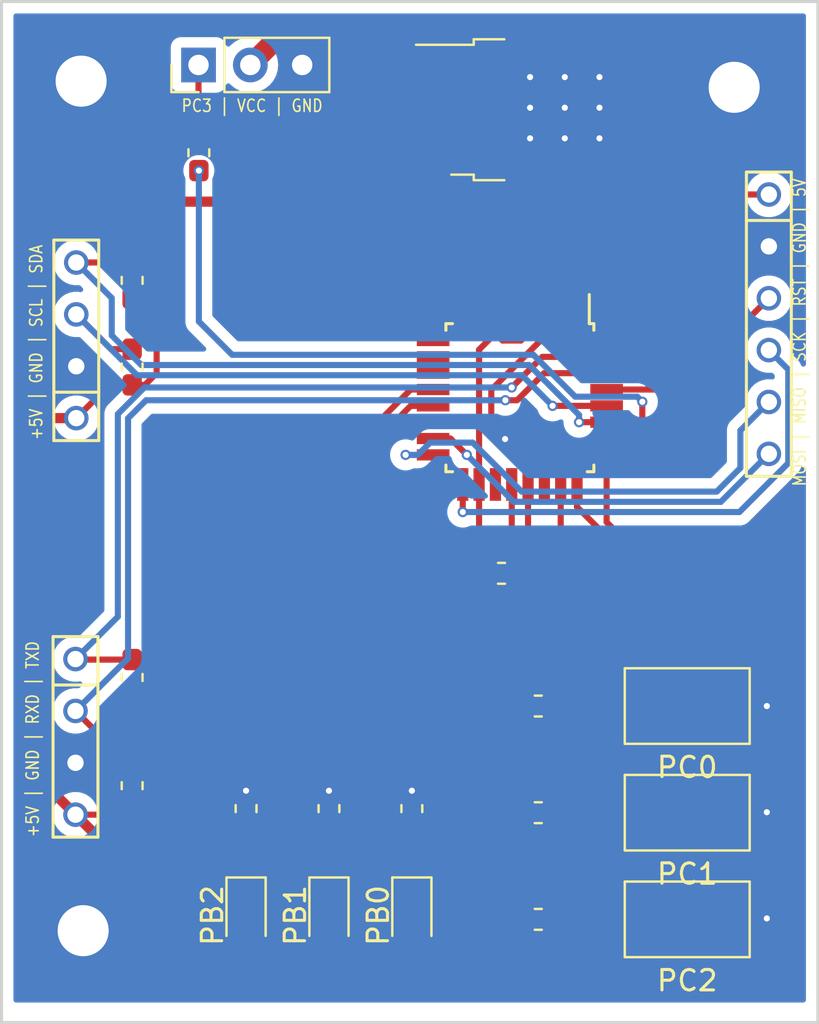
<source format=kicad_pcb>
(kicad_pcb (version 20171130) (host pcbnew 5.1.4)

  (general
    (thickness 1.6)
    (drawings 8)
    (tracks 193)
    (zones 0)
    (modules 27)
    (nets 23)
  )

  (page A4)
  (title_block
    (title "PPM RCP 发生器")
    (date 2019-04-24)
    (rev 1.0)
  )

  (layers
    (0 F.Cu signal)
    (31 B.Cu signal)
    (32 B.Adhes user)
    (33 F.Adhes user)
    (34 B.Paste user)
    (35 F.Paste user)
    (36 B.SilkS user)
    (37 F.SilkS user)
    (38 B.Mask user)
    (39 F.Mask user)
    (40 Dwgs.User user)
    (41 Cmts.User user)
    (42 Eco1.User user)
    (43 Eco2.User user)
    (44 Edge.Cuts user)
    (45 Margin user)
    (46 B.CrtYd user)
    (47 F.CrtYd user)
    (48 B.Fab user)
    (49 F.Fab user)
  )

  (setup
    (last_trace_width 0.5)
    (user_trace_width 0.25)
    (user_trace_width 0.5)
    (user_trace_width 1)
    (trace_clearance 0.2)
    (zone_clearance 0.508)
    (zone_45_only yes)
    (trace_min 0.15)
    (via_size 0.8)
    (via_drill 0.4)
    (via_min_size 0.5)
    (via_min_drill 0.3)
    (user_via 0.5 0.3)
    (uvia_size 0.3)
    (uvia_drill 0.1)
    (uvias_allowed no)
    (uvia_min_size 0.2)
    (uvia_min_drill 0.1)
    (edge_width 0.15)
    (segment_width 0.2)
    (pcb_text_width 0.3)
    (pcb_text_size 1.5 1.5)
    (mod_edge_width 0.15)
    (mod_text_size 1 1)
    (mod_text_width 0.15)
    (pad_size 1.7 1.7)
    (pad_drill 1)
    (pad_to_mask_clearance 0.051)
    (solder_mask_min_width 0.25)
    (aux_axis_origin 0 0)
    (visible_elements FFFFFF7F)
    (pcbplotparams
      (layerselection 0x010fc_ffffffff)
      (usegerberextensions false)
      (usegerberattributes false)
      (usegerberadvancedattributes false)
      (creategerberjobfile false)
      (excludeedgelayer true)
      (linewidth 0.100000)
      (plotframeref false)
      (viasonmask false)
      (mode 1)
      (useauxorigin false)
      (hpglpennumber 1)
      (hpglpenspeed 20)
      (hpglpendiameter 15.000000)
      (psnegative false)
      (psa4output false)
      (plotreference true)
      (plotvalue true)
      (plotinvisibletext false)
      (padsonsilk false)
      (subtractmaskfromsilk false)
      (outputformat 1)
      (mirror false)
      (drillshape 1)
      (scaleselection 1)
      (outputdirectory ""))
  )

  (net 0 "")
  (net 1 GND)
  (net 2 "Net-(D1-Pad1)")
  (net 3 /led1)
  (net 4 "Net-(D2-Pad1)")
  (net 5 /led2)
  (net 6 /led3)
  (net 7 "Net-(D3-Pad1)")
  (net 8 VCC)
  (net 9 /mosi)
  (net 10 /rst)
  (net 11 /sck)
  (net 12 /miso)
  (net 13 /PC0)
  (net 14 /PC1)
  (net 15 /PC2)
  (net 16 /PC3)
  (net 17 +5V)
  (net 18 /SDA)
  (net 19 /SCL)
  (net 20 "Net-(J3-Pad1)")
  (net 21 /TXD)
  (net 22 /RXD)

  (net_class Default 这是默认网络组.
    (clearance 0.2)
    (trace_width 0.3)
    (via_dia 0.8)
    (via_drill 0.4)
    (uvia_dia 0.3)
    (uvia_drill 0.1)
    (diff_pair_width 0.3)
    (diff_pair_gap 0.25)
    (add_net +5V)
    (add_net /PC0)
    (add_net /PC1)
    (add_net /PC2)
    (add_net /PC3)
    (add_net /RXD)
    (add_net /SCL)
    (add_net /SDA)
    (add_net /TXD)
    (add_net /led1)
    (add_net /led2)
    (add_net /led3)
    (add_net /miso)
    (add_net /mosi)
    (add_net /rst)
    (add_net /sck)
    (add_net GND)
    (add_net "Net-(D1-Pad1)")
    (add_net "Net-(D2-Pad1)")
    (add_net "Net-(D3-Pad1)")
    (add_net "Net-(J3-Pad1)")
    (add_net VCC)
  )

  (module MountingHole:MountingHole_2.5mm (layer F.Cu) (tedit 56D1B4CB) (tstamp 5DCA7CF7)
    (at 24 65.5)
    (descr "Mounting Hole 2.5mm, no annular")
    (tags "mounting hole 2.5mm no annular")
    (attr virtual)
    (fp_text reference REF** (at 0 -3.5) (layer F.SilkS) hide
      (effects (font (size 1 1) (thickness 0.15)))
    )
    (fp_text value MountingHole_2.5mm (at 0 3.5) (layer F.Fab) hide
      (effects (font (size 1 1) (thickness 0.15)))
    )
    (fp_circle (center 0 0) (end 2.75 0) (layer F.CrtYd) (width 0.05))
    (fp_circle (center 0 0) (end 2.5 0) (layer Cmts.User) (width 0.15))
    (fp_text user %R (at 0.3 0) (layer F.Fab)
      (effects (font (size 1 1) (thickness 0.15)))
    )
    (pad 1 np_thru_hole circle (at 0 0) (size 2.5 2.5) (drill 2.5) (layers *.Cu *.Mask))
  )

  (module MountingHole:MountingHole_2.5mm (layer F.Cu) (tedit 56D1B4CB) (tstamp 5DCA7CC0)
    (at 55.9 24.2)
    (descr "Mounting Hole 2.5mm, no annular")
    (tags "mounting hole 2.5mm no annular")
    (attr virtual)
    (fp_text reference REF** (at 0 -3.5) (layer F.SilkS) hide
      (effects (font (size 1 1) (thickness 0.15)))
    )
    (fp_text value MountingHole_2.5mm (at 0 3.5) (layer F.Fab) hide
      (effects (font (size 1 1) (thickness 0.15)))
    )
    (fp_text user %R (at 0.3 0) (layer F.Fab)
      (effects (font (size 1 1) (thickness 0.15)))
    )
    (fp_circle (center 0 0) (end 2.5 0) (layer Cmts.User) (width 0.15))
    (fp_circle (center 0 0) (end 2.75 0) (layer F.CrtYd) (width 0.05))
    (pad 1 np_thru_hole circle (at 0 0) (size 2.5 2.5) (drill 2.5) (layers *.Cu *.Mask))
  )

  (module MountingHole:MountingHole_2.5mm (layer F.Cu) (tedit 56D1B4CB) (tstamp 5DCA7CAF)
    (at 23.9 23.9)
    (descr "Mounting Hole 2.5mm, no annular")
    (tags "mounting hole 2.5mm no annular")
    (attr virtual)
    (fp_text reference REF** (at 0 -3.5) (layer F.SilkS) hide
      (effects (font (size 1 1) (thickness 0.15)))
    )
    (fp_text value MountingHole_2.5mm (at 0 3.5) (layer F.Fab) hide
      (effects (font (size 1 1) (thickness 0.15)))
    )
    (fp_circle (center 0 0) (end 2.75 0) (layer F.CrtYd) (width 0.05))
    (fp_circle (center 0 0) (end 2.5 0) (layer Cmts.User) (width 0.15))
    (fp_text user %R (at 0.3 0) (layer F.Fab)
      (effects (font (size 1 1) (thickness 0.15)))
    )
    (pad 1 np_thru_hole circle (at 0 0) (size 2.5 2.5) (drill 2.5) (layers *.Cu *.Mask))
  )

  (module Resistor_SMD:R_0603_1608Metric_Pad1.05x0.95mm_HandSolder (layer F.Cu) (tedit 5B301BBD) (tstamp 5DC910C5)
    (at 26.4 37.9 90)
    (descr "Resistor SMD 0603 (1608 Metric), square (rectangular) end terminal, IPC_7351 nominal with elongated pad for handsoldering. (Body size source: http://www.tortai-tech.com/upload/download/2011102023233369053.pdf), generated with kicad-footprint-generator")
    (tags "resistor handsolder")
    (path /5DD386B2)
    (attr smd)
    (fp_text reference R4 (at 0 -1.43 90) (layer F.SilkS) hide
      (effects (font (size 1 1) (thickness 0.15)))
    )
    (fp_text value R (at 0 1.43 90) (layer F.Fab)
      (effects (font (size 1 1) (thickness 0.15)))
    )
    (fp_text user %R (at 0 0 90) (layer F.Fab)
      (effects (font (size 0.4 0.4) (thickness 0.06)))
    )
    (fp_line (start 1.65 0.73) (end -1.65 0.73) (layer F.CrtYd) (width 0.05))
    (fp_line (start 1.65 -0.73) (end 1.65 0.73) (layer F.CrtYd) (width 0.05))
    (fp_line (start -1.65 -0.73) (end 1.65 -0.73) (layer F.CrtYd) (width 0.05))
    (fp_line (start -1.65 0.73) (end -1.65 -0.73) (layer F.CrtYd) (width 0.05))
    (fp_line (start -0.171267 0.51) (end 0.171267 0.51) (layer F.SilkS) (width 0.12))
    (fp_line (start -0.171267 -0.51) (end 0.171267 -0.51) (layer F.SilkS) (width 0.12))
    (fp_line (start 0.8 0.4) (end -0.8 0.4) (layer F.Fab) (width 0.1))
    (fp_line (start 0.8 -0.4) (end 0.8 0.4) (layer F.Fab) (width 0.1))
    (fp_line (start -0.8 -0.4) (end 0.8 -0.4) (layer F.Fab) (width 0.1))
    (fp_line (start -0.8 0.4) (end -0.8 -0.4) (layer F.Fab) (width 0.1))
    (pad 2 smd roundrect (at 0.875 0 90) (size 1.05 0.95) (layers F.Cu F.Paste F.Mask) (roundrect_rratio 0.25)
      (net 19 /SCL))
    (pad 1 smd roundrect (at -0.875 0 90) (size 1.05 0.95) (layers F.Cu F.Paste F.Mask) (roundrect_rratio 0.25)
      (net 17 +5V))
    (model ${KISYS3DMOD}/Resistor_SMD.3dshapes/R_0603_1608Metric.wrl
      (at (xyz 0 0 0))
      (scale (xyz 1 1 1))
      (rotate (xyz 0 0 0))
    )
  )

  (module Resistor_SMD:R_0603_1608Metric_Pad1.05x0.95mm_HandSolder (layer F.Cu) (tedit 5B301BBD) (tstamp 5DC95250)
    (at 26.4 33.655 90)
    (descr "Resistor SMD 0603 (1608 Metric), square (rectangular) end terminal, IPC_7351 nominal with elongated pad for handsoldering. (Body size source: http://www.tortai-tech.com/upload/download/2011102023233369053.pdf), generated with kicad-footprint-generator")
    (tags "resistor handsolder")
    (path /5DD3825B)
    (attr smd)
    (fp_text reference R3 (at 0 -1.43 90) (layer F.SilkS) hide
      (effects (font (size 1 1) (thickness 0.15)))
    )
    (fp_text value R (at 0 1.43 90) (layer F.Fab)
      (effects (font (size 1 1) (thickness 0.15)))
    )
    (fp_text user %R (at 0 0 90) (layer F.Fab)
      (effects (font (size 0.4 0.4) (thickness 0.06)))
    )
    (fp_line (start 1.65 0.73) (end -1.65 0.73) (layer F.CrtYd) (width 0.05))
    (fp_line (start 1.65 -0.73) (end 1.65 0.73) (layer F.CrtYd) (width 0.05))
    (fp_line (start -1.65 -0.73) (end 1.65 -0.73) (layer F.CrtYd) (width 0.05))
    (fp_line (start -1.65 0.73) (end -1.65 -0.73) (layer F.CrtYd) (width 0.05))
    (fp_line (start -0.171267 0.51) (end 0.171267 0.51) (layer F.SilkS) (width 0.12))
    (fp_line (start -0.171267 -0.51) (end 0.171267 -0.51) (layer F.SilkS) (width 0.12))
    (fp_line (start 0.8 0.4) (end -0.8 0.4) (layer F.Fab) (width 0.1))
    (fp_line (start 0.8 -0.4) (end 0.8 0.4) (layer F.Fab) (width 0.1))
    (fp_line (start -0.8 -0.4) (end 0.8 -0.4) (layer F.Fab) (width 0.1))
    (fp_line (start -0.8 0.4) (end -0.8 -0.4) (layer F.Fab) (width 0.1))
    (pad 2 smd roundrect (at 0.875 0 90) (size 1.05 0.95) (layers F.Cu F.Paste F.Mask) (roundrect_rratio 0.25)
      (net 18 /SDA))
    (pad 1 smd roundrect (at -0.875 0 90) (size 1.05 0.95) (layers F.Cu F.Paste F.Mask) (roundrect_rratio 0.25)
      (net 17 +5V))
    (model ${KISYS3DMOD}/Resistor_SMD.3dshapes/R_0603_1608Metric.wrl
      (at (xyz 0 0 0))
      (scale (xyz 1 1 1))
      (rotate (xyz 0 0 0))
    )
  )

  (module Resistor_SMD:R_0603_1608Metric_Pad1.05x0.95mm_HandSolder (layer F.Cu) (tedit 5B301BBD) (tstamp 5DC8EB3D)
    (at 26.4 58.4 90)
    (descr "Resistor SMD 0603 (1608 Metric), square (rectangular) end terminal, IPC_7351 nominal with elongated pad for handsoldering. (Body size source: http://www.tortai-tech.com/upload/download/2011102023233369053.pdf), generated with kicad-footprint-generator")
    (tags "resistor handsolder")
    (path /5DD38DDC)
    (attr smd)
    (fp_text reference R2 (at 0 -1.43 90) (layer F.SilkS) hide
      (effects (font (size 1 1) (thickness 0.15)))
    )
    (fp_text value R (at 0 1.43 90) (layer F.Fab) hide
      (effects (font (size 1 1) (thickness 0.15)))
    )
    (fp_text user %R (at 0 0 90) (layer F.Fab)
      (effects (font (size 0.4 0.4) (thickness 0.06)))
    )
    (fp_line (start 1.65 0.73) (end -1.65 0.73) (layer F.CrtYd) (width 0.05))
    (fp_line (start 1.65 -0.73) (end 1.65 0.73) (layer F.CrtYd) (width 0.05))
    (fp_line (start -1.65 -0.73) (end 1.65 -0.73) (layer F.CrtYd) (width 0.05))
    (fp_line (start -1.65 0.73) (end -1.65 -0.73) (layer F.CrtYd) (width 0.05))
    (fp_line (start -0.171267 0.51) (end 0.171267 0.51) (layer F.SilkS) (width 0.12))
    (fp_line (start -0.171267 -0.51) (end 0.171267 -0.51) (layer F.SilkS) (width 0.12))
    (fp_line (start 0.8 0.4) (end -0.8 0.4) (layer F.Fab) (width 0.1))
    (fp_line (start 0.8 -0.4) (end 0.8 0.4) (layer F.Fab) (width 0.1))
    (fp_line (start -0.8 -0.4) (end 0.8 -0.4) (layer F.Fab) (width 0.1))
    (fp_line (start -0.8 0.4) (end -0.8 -0.4) (layer F.Fab) (width 0.1))
    (pad 2 smd roundrect (at 0.875 0 90) (size 1.05 0.95) (layers F.Cu F.Paste F.Mask) (roundrect_rratio 0.25)
      (net 22 /RXD))
    (pad 1 smd roundrect (at -0.875 0 90) (size 1.05 0.95) (layers F.Cu F.Paste F.Mask) (roundrect_rratio 0.25)
      (net 17 +5V))
    (model ${KISYS3DMOD}/Resistor_SMD.3dshapes/R_0603_1608Metric.wrl
      (at (xyz 0 0 0))
      (scale (xyz 1 1 1))
      (rotate (xyz 0 0 0))
    )
  )

  (module Resistor_SMD:R_0603_1608Metric_Pad1.05x0.95mm_HandSolder locked (layer F.Cu) (tedit 5B301BBD) (tstamp 5DC8EB2C)
    (at 26.4 53.1 90)
    (descr "Resistor SMD 0603 (1608 Metric), square (rectangular) end terminal, IPC_7351 nominal with elongated pad for handsoldering. (Body size source: http://www.tortai-tech.com/upload/download/2011102023233369053.pdf), generated with kicad-footprint-generator")
    (tags "resistor handsolder")
    (path /5DD38A2F)
    (attr smd)
    (fp_text reference R1 (at 0 -1.43 90) (layer F.SilkS) hide
      (effects (font (size 1 1) (thickness 0.15)))
    )
    (fp_text value R (at 0 1.43 90) (layer F.Fab)
      (effects (font (size 1 1) (thickness 0.15)))
    )
    (fp_text user %R (at 0 0 90) (layer F.Fab)
      (effects (font (size 0.4 0.4) (thickness 0.06)))
    )
    (fp_line (start 1.65 0.73) (end -1.65 0.73) (layer F.CrtYd) (width 0.05))
    (fp_line (start 1.65 -0.73) (end 1.65 0.73) (layer F.CrtYd) (width 0.05))
    (fp_line (start -1.65 -0.73) (end 1.65 -0.73) (layer F.CrtYd) (width 0.05))
    (fp_line (start -1.65 0.73) (end -1.65 -0.73) (layer F.CrtYd) (width 0.05))
    (fp_line (start -0.171267 0.51) (end 0.171267 0.51) (layer F.SilkS) (width 0.12))
    (fp_line (start -0.171267 -0.51) (end 0.171267 -0.51) (layer F.SilkS) (width 0.12))
    (fp_line (start 0.8 0.4) (end -0.8 0.4) (layer F.Fab) (width 0.1))
    (fp_line (start 0.8 -0.4) (end 0.8 0.4) (layer F.Fab) (width 0.1))
    (fp_line (start -0.8 -0.4) (end 0.8 -0.4) (layer F.Fab) (width 0.1))
    (fp_line (start -0.8 0.4) (end -0.8 -0.4) (layer F.Fab) (width 0.1))
    (pad 2 smd roundrect (at 0.875 0 90) (size 1.05 0.95) (layers F.Cu F.Paste F.Mask) (roundrect_rratio 0.25)
      (net 21 /TXD))
    (pad 1 smd roundrect (at -0.875 0 90) (size 1.05 0.95) (layers F.Cu F.Paste F.Mask) (roundrect_rratio 0.25)
      (net 17 +5V))
    (model ${KISYS3DMOD}/Resistor_SMD.3dshapes/R_0603_1608Metric.wrl
      (at (xyz 0 0 0))
      (scale (xyz 1 1 1))
      (rotate (xyz 0 0 0))
    )
  )

  (module footprint:conn-4x2.54mm (layer F.Cu) (tedit 5AB46C8D) (tstamp 5DC8D2C6)
    (at 23.66264 36.59124 90)
    (path /5DD10FF8)
    (fp_text reference J1 (at 0 2.3 90) (layer F.SilkS) hide
      (effects (font (size 1.2 1.2) (thickness 0.15)))
    )
    (fp_text value Conn_01x04 (at 0 -2.3 90) (layer F.Fab) hide
      (effects (font (size 1.2 1.2) (thickness 0.15)))
    )
    (fp_line (start -2.54 -1.1) (end -2.54 1.1) (layer F.SilkS) (width 0.15))
    (fp_line (start -4.91 1.1) (end -4.91 -1.1) (layer F.SilkS) (width 0.15))
    (fp_line (start 4.91 1.1) (end -4.91 1.1) (layer F.SilkS) (width 0.15))
    (fp_line (start 4.91 -1.1) (end 4.91 1.1) (layer F.SilkS) (width 0.15))
    (fp_line (start -4.91 -1.1) (end 4.91 -1.1) (layer F.SilkS) (width 0.15))
    (pad 4 thru_hole circle (at 3.81 0 90) (size 1.2 1.2) (drill 0.8) (layers *.Cu *.Mask)
      (net 18 /SDA))
    (pad 3 thru_hole circle (at 1.27 0 90) (size 1.2 1.2) (drill 0.8) (layers *.Cu *.Mask)
      (net 19 /SCL))
    (pad 2 thru_hole circle (at -1.27 0 90) (size 1.2 1.2) (drill 0.8) (layers *.Cu *.Mask)
      (net 1 GND))
    (pad 1 thru_hole circle (at -3.81 0 90) (size 1.2 1.2) (drill 0.8) (layers *.Cu *.Mask)
      (net 17 +5V))
  )

  (module Capacitor_SMD:C_0603_1608Metric_Pad1.05x0.95mm_HandSolder (layer F.Cu) (tedit 5B301BBE) (tstamp 5DB9924A)
    (at 44.5 48)
    (descr "Capacitor SMD 0603 (1608 Metric), square (rectangular) end terminal, IPC_7351 nominal with elongated pad for handsoldering. (Body size source: http://www.tortai-tech.com/upload/download/2011102023233369053.pdf), generated with kicad-footprint-generator")
    (tags "capacitor handsolder")
    (path /5C941060)
    (attr smd)
    (fp_text reference C1 (at 0 -1.43) (layer F.SilkS) hide
      (effects (font (size 1 1) (thickness 0.15)))
    )
    (fp_text value C (at 0 1.43) (layer F.Fab) hide
      (effects (font (size 1 1) (thickness 0.15)))
    )
    (fp_line (start -0.8 0.4) (end -0.8 -0.4) (layer F.Fab) (width 0.1))
    (fp_line (start -0.8 -0.4) (end 0.8 -0.4) (layer F.Fab) (width 0.1))
    (fp_line (start 0.8 -0.4) (end 0.8 0.4) (layer F.Fab) (width 0.1))
    (fp_line (start 0.8 0.4) (end -0.8 0.4) (layer F.Fab) (width 0.1))
    (fp_line (start -0.171267 -0.51) (end 0.171267 -0.51) (layer F.SilkS) (width 0.12))
    (fp_line (start -0.171267 0.51) (end 0.171267 0.51) (layer F.SilkS) (width 0.12))
    (fp_line (start -1.65 0.73) (end -1.65 -0.73) (layer F.CrtYd) (width 0.05))
    (fp_line (start -1.65 -0.73) (end 1.65 -0.73) (layer F.CrtYd) (width 0.05))
    (fp_line (start 1.65 -0.73) (end 1.65 0.73) (layer F.CrtYd) (width 0.05))
    (fp_line (start 1.65 0.73) (end -1.65 0.73) (layer F.CrtYd) (width 0.05))
    (fp_text user %R (at 0 0) (layer F.Fab)
      (effects (font (size 0.4 0.4) (thickness 0.06)))
    )
    (pad 1 smd roundrect (at -0.875 0) (size 1.05 0.95) (layers F.Cu F.Paste F.Mask) (roundrect_rratio 0.25)
      (net 17 +5V))
    (pad 2 smd roundrect (at 0.875 0) (size 1.05 0.95) (layers F.Cu F.Paste F.Mask) (roundrect_rratio 0.25)
      (net 1 GND))
    (model ${KISYS3DMOD}/Capacitor_SMD.3dshapes/C_0603_1608Metric.wrl
      (at (xyz 0 0 0))
      (scale (xyz 1 1 1))
      (rotate (xyz 0 0 0))
    )
  )

  (module LED_SMD:LED_0805_2012Metric_Pad1.15x1.40mm_HandSolder (layer F.Cu) (tedit 5B4B45C9) (tstamp 5DB92345)
    (at 40.10668 64.7546 270)
    (descr "LED SMD 0805 (2012 Metric), square (rectangular) end terminal, IPC_7351 nominal, (Body size source: https://docs.google.com/spreadsheets/d/1BsfQQcO9C6DZCsRaXUlFlo91Tg2WpOkGARC1WS5S8t0/edit?usp=sharing), generated with kicad-footprint-generator")
    (tags "LED handsolder")
    (path /5C8D7C23)
    (attr smd)
    (fp_text reference D1 (at 0 -1.65 90) (layer F.SilkS) hide
      (effects (font (size 1 1) (thickness 0.15)))
    )
    (fp_text value PB0 (at 0 1.65 90) (layer F.SilkS)
      (effects (font (size 1 1) (thickness 0.15)))
    )
    (fp_line (start 1 -0.6) (end -0.7 -0.6) (layer F.Fab) (width 0.1))
    (fp_line (start -0.7 -0.6) (end -1 -0.3) (layer F.Fab) (width 0.1))
    (fp_line (start -1 -0.3) (end -1 0.6) (layer F.Fab) (width 0.1))
    (fp_line (start -1 0.6) (end 1 0.6) (layer F.Fab) (width 0.1))
    (fp_line (start 1 0.6) (end 1 -0.6) (layer F.Fab) (width 0.1))
    (fp_line (start 1 -0.96) (end -1.86 -0.96) (layer F.SilkS) (width 0.12))
    (fp_line (start -1.86 -0.96) (end -1.86 0.96) (layer F.SilkS) (width 0.12))
    (fp_line (start -1.86 0.96) (end 1 0.96) (layer F.SilkS) (width 0.12))
    (fp_line (start -1.85 0.95) (end -1.85 -0.95) (layer F.CrtYd) (width 0.05))
    (fp_line (start -1.85 -0.95) (end 1.85 -0.95) (layer F.CrtYd) (width 0.05))
    (fp_line (start 1.85 -0.95) (end 1.85 0.95) (layer F.CrtYd) (width 0.05))
    (fp_line (start 1.85 0.95) (end -1.85 0.95) (layer F.CrtYd) (width 0.05))
    (fp_text user %R (at 0 0 90) (layer F.Fab)
      (effects (font (size 0.5 0.5) (thickness 0.08)))
    )
    (pad 1 smd roundrect (at -1.025 0 270) (size 1.15 1.4) (layers F.Cu F.Paste F.Mask) (roundrect_rratio 0.217391)
      (net 2 "Net-(D1-Pad1)"))
    (pad 2 smd roundrect (at 1.025 0 270) (size 1.15 1.4) (layers F.Cu F.Paste F.Mask) (roundrect_rratio 0.217391)
      (net 3 /led1))
    (model ${KISYS3DMOD}/LED_SMD.3dshapes/LED_0805_2012Metric.wrl
      (at (xyz 0 0 0))
      (scale (xyz 1 1 1))
      (rotate (xyz 0 0 0))
    )
  )

  (module LED_SMD:LED_0805_2012Metric_Pad1.15x1.40mm_HandSolder (layer F.Cu) (tedit 5B4B45C9) (tstamp 5DB925C8)
    (at 36.0446 64.7546 270)
    (descr "LED SMD 0805 (2012 Metric), square (rectangular) end terminal, IPC_7351 nominal, (Body size source: https://docs.google.com/spreadsheets/d/1BsfQQcO9C6DZCsRaXUlFlo91Tg2WpOkGARC1WS5S8t0/edit?usp=sharing), generated with kicad-footprint-generator")
    (tags "LED handsolder")
    (path /5CA23D32)
    (attr smd)
    (fp_text reference D2 (at 0 -1.65 90) (layer F.SilkS) hide
      (effects (font (size 1 1) (thickness 0.15)))
    )
    (fp_text value PB1 (at 0 1.65 90) (layer F.SilkS)
      (effects (font (size 1 1) (thickness 0.15)))
    )
    (fp_line (start 1 -0.6) (end -0.7 -0.6) (layer F.Fab) (width 0.1))
    (fp_line (start -0.7 -0.6) (end -1 -0.3) (layer F.Fab) (width 0.1))
    (fp_line (start -1 -0.3) (end -1 0.6) (layer F.Fab) (width 0.1))
    (fp_line (start -1 0.6) (end 1 0.6) (layer F.Fab) (width 0.1))
    (fp_line (start 1 0.6) (end 1 -0.6) (layer F.Fab) (width 0.1))
    (fp_line (start 1 -0.96) (end -1.86 -0.96) (layer F.SilkS) (width 0.12))
    (fp_line (start -1.86 -0.96) (end -1.86 0.96) (layer F.SilkS) (width 0.12))
    (fp_line (start -1.86 0.96) (end 1 0.96) (layer F.SilkS) (width 0.12))
    (fp_line (start -1.85 0.95) (end -1.85 -0.95) (layer F.CrtYd) (width 0.05))
    (fp_line (start -1.85 -0.95) (end 1.85 -0.95) (layer F.CrtYd) (width 0.05))
    (fp_line (start 1.85 -0.95) (end 1.85 0.95) (layer F.CrtYd) (width 0.05))
    (fp_line (start 1.85 0.95) (end -1.85 0.95) (layer F.CrtYd) (width 0.05))
    (fp_text user %R (at 0 0 90) (layer F.Fab)
      (effects (font (size 0.5 0.5) (thickness 0.08)))
    )
    (pad 1 smd roundrect (at -1.025 0 270) (size 1.15 1.4) (layers F.Cu F.Paste F.Mask) (roundrect_rratio 0.217391)
      (net 4 "Net-(D2-Pad1)"))
    (pad 2 smd roundrect (at 1.025 0 270) (size 1.15 1.4) (layers F.Cu F.Paste F.Mask) (roundrect_rratio 0.217391)
      (net 5 /led2))
    (model ${KISYS3DMOD}/LED_SMD.3dshapes/LED_0805_2012Metric.wrl
      (at (xyz 0 0 0))
      (scale (xyz 1 1 1))
      (rotate (xyz 0 0 0))
    )
  )

  (module LED_SMD:LED_0805_2012Metric_Pad1.15x1.40mm_HandSolder (layer F.Cu) (tedit 5B4B45C9) (tstamp 5DB9237B)
    (at 31.98252 64.7546 270)
    (descr "LED SMD 0805 (2012 Metric), square (rectangular) end terminal, IPC_7351 nominal, (Body size source: https://docs.google.com/spreadsheets/d/1BsfQQcO9C6DZCsRaXUlFlo91Tg2WpOkGARC1WS5S8t0/edit?usp=sharing), generated with kicad-footprint-generator")
    (tags "LED handsolder")
    (path /5CA24306)
    (attr smd)
    (fp_text reference D3 (at 0 -1.65 90) (layer F.SilkS) hide
      (effects (font (size 1 1) (thickness 0.15)))
    )
    (fp_text value PB2 (at 0 1.65 90) (layer F.SilkS)
      (effects (font (size 1 1) (thickness 0.15)))
    )
    (fp_text user %R (at 0 0 90) (layer F.Fab)
      (effects (font (size 0.5 0.5) (thickness 0.08)))
    )
    (fp_line (start 1.85 0.95) (end -1.85 0.95) (layer F.CrtYd) (width 0.05))
    (fp_line (start 1.85 -0.95) (end 1.85 0.95) (layer F.CrtYd) (width 0.05))
    (fp_line (start -1.85 -0.95) (end 1.85 -0.95) (layer F.CrtYd) (width 0.05))
    (fp_line (start -1.85 0.95) (end -1.85 -0.95) (layer F.CrtYd) (width 0.05))
    (fp_line (start -1.86 0.96) (end 1 0.96) (layer F.SilkS) (width 0.12))
    (fp_line (start -1.86 -0.96) (end -1.86 0.96) (layer F.SilkS) (width 0.12))
    (fp_line (start 1 -0.96) (end -1.86 -0.96) (layer F.SilkS) (width 0.12))
    (fp_line (start 1 0.6) (end 1 -0.6) (layer F.Fab) (width 0.1))
    (fp_line (start -1 0.6) (end 1 0.6) (layer F.Fab) (width 0.1))
    (fp_line (start -1 -0.3) (end -1 0.6) (layer F.Fab) (width 0.1))
    (fp_line (start -0.7 -0.6) (end -1 -0.3) (layer F.Fab) (width 0.1))
    (fp_line (start 1 -0.6) (end -0.7 -0.6) (layer F.Fab) (width 0.1))
    (pad 2 smd roundrect (at 1.025 0 270) (size 1.15 1.4) (layers F.Cu F.Paste F.Mask) (roundrect_rratio 0.217391)
      (net 6 /led3))
    (pad 1 smd roundrect (at -1.025 0 270) (size 1.15 1.4) (layers F.Cu F.Paste F.Mask) (roundrect_rratio 0.217391)
      (net 7 "Net-(D3-Pad1)"))
    (model ${KISYS3DMOD}/LED_SMD.3dshapes/LED_0805_2012Metric.wrl
      (at (xyz 0 0 0))
      (scale (xyz 1 1 1))
      (rotate (xyz 0 0 0))
    )
  )

  (module footprint:conn-4x2.54mm (layer F.Cu) (tedit 5AB46C8D) (tstamp 5DB92105)
    (at 23.62454 56.00954 270)
    (path /5DBEA699)
    (fp_text reference J2 (at 0 2.3 90) (layer F.SilkS) hide
      (effects (font (size 1.2 1.2) (thickness 0.15)))
    )
    (fp_text value Conn_01x04 (at 0 -2.3 90) (layer F.Fab) hide
      (effects (font (size 1.2 1.2) (thickness 0.15)))
    )
    (fp_line (start -4.91 -1.1) (end 4.91 -1.1) (layer F.SilkS) (width 0.15))
    (fp_line (start 4.91 -1.1) (end 4.91 1.1) (layer F.SilkS) (width 0.15))
    (fp_line (start 4.91 1.1) (end -4.91 1.1) (layer F.SilkS) (width 0.15))
    (fp_line (start -4.91 1.1) (end -4.91 -1.1) (layer F.SilkS) (width 0.15))
    (fp_line (start -2.54 -1.1) (end -2.54 1.1) (layer F.SilkS) (width 0.15))
    (pad 1 thru_hole circle (at -3.81 0 270) (size 1.2 1.2) (drill 0.8) (layers *.Cu *.Mask)
      (net 21 /TXD))
    (pad 2 thru_hole circle (at -1.27 0 270) (size 1.2 1.2) (drill 0.8) (layers *.Cu *.Mask)
      (net 22 /RXD))
    (pad 3 thru_hole circle (at 1.27 0 270) (size 1.2 1.2) (drill 0.8) (layers *.Cu *.Mask)
      (net 1 GND))
    (pad 4 thru_hole circle (at 3.81 0 270) (size 1.2 1.2) (drill 0.8) (layers *.Cu *.Mask)
      (net 17 +5V))
  )

  (module Connector_PinHeader_2.54mm:PinHeader_1x03_P2.54mm_Vertical (layer F.Cu) (tedit 59FED5CC) (tstamp 5DB92193)
    (at 29.65196 23.10638 90)
    (descr "Through hole straight pin header, 1x03, 2.54mm pitch, single row")
    (tags "Through hole pin header THT 1x03 2.54mm single row")
    (path /5C8C0D83)
    (fp_text reference J3 (at 0 -2.33 90) (layer F.SilkS) hide
      (effects (font (size 1 1) (thickness 0.15)))
    )
    (fp_text value Conn_01x03 (at 0 7.41 90) (layer F.Fab) hide
      (effects (font (size 1 1) (thickness 0.15)))
    )
    (fp_line (start -0.635 -1.27) (end 1.27 -1.27) (layer F.Fab) (width 0.1))
    (fp_line (start 1.27 -1.27) (end 1.27 6.35) (layer F.Fab) (width 0.1))
    (fp_line (start 1.27 6.35) (end -1.27 6.35) (layer F.Fab) (width 0.1))
    (fp_line (start -1.27 6.35) (end -1.27 -0.635) (layer F.Fab) (width 0.1))
    (fp_line (start -1.27 -0.635) (end -0.635 -1.27) (layer F.Fab) (width 0.1))
    (fp_line (start -1.33 6.41) (end 1.33 6.41) (layer F.SilkS) (width 0.12))
    (fp_line (start -1.33 1.27) (end -1.33 6.41) (layer F.SilkS) (width 0.12))
    (fp_line (start 1.33 1.27) (end 1.33 6.41) (layer F.SilkS) (width 0.12))
    (fp_line (start -1.33 1.27) (end 1.33 1.27) (layer F.SilkS) (width 0.12))
    (fp_line (start -1.33 0) (end -1.33 -1.33) (layer F.SilkS) (width 0.12))
    (fp_line (start -1.33 -1.33) (end 0 -1.33) (layer F.SilkS) (width 0.12))
    (fp_line (start -1.8 -1.8) (end -1.8 6.85) (layer F.CrtYd) (width 0.05))
    (fp_line (start -1.8 6.85) (end 1.8 6.85) (layer F.CrtYd) (width 0.05))
    (fp_line (start 1.8 6.85) (end 1.8 -1.8) (layer F.CrtYd) (width 0.05))
    (fp_line (start 1.8 -1.8) (end -1.8 -1.8) (layer F.CrtYd) (width 0.05))
    (fp_text user %R (at 0 2.54) (layer F.Fab)
      (effects (font (size 1 1) (thickness 0.15)))
    )
    (pad 1 thru_hole rect (at 0 0 90) (size 1.7 1.7) (drill 1) (layers *.Cu *.Mask)
      (net 20 "Net-(J3-Pad1)"))
    (pad 2 thru_hole oval (at 0 2.54 90) (size 1.7 1.7) (drill 1) (layers *.Cu *.Mask)
      (net 8 VCC))
    (pad 3 thru_hole oval (at 0 5.08 90) (size 1.7 1.7) (drill 1) (layers *.Cu *.Mask)
      (net 1 GND))
    (model ${KISYS3DMOD}/Connector_PinHeader_2.54mm.3dshapes/PinHeader_1x03_P2.54mm_Vertical.wrl
      (at (xyz 0 0 0))
      (scale (xyz 1 1 1))
      (rotate (xyz 0 0 0))
    )
  )

  (module footprint:conn-6x2.54mm (layer F.Cu) (tedit 5AB46BF9) (tstamp 5DB92527)
    (at 57.6 35.8 270)
    (path /5DBCBAB2)
    (fp_text reference J4 (at 0 2.3 90) (layer F.SilkS) hide
      (effects (font (size 1.2 1.2) (thickness 0.15)))
    )
    (fp_text value Conn_01x06 (at 0 -2.3 90) (layer F.Fab) hide
      (effects (font (size 1.2 1.2) (thickness 0.15)))
    )
    (fp_line (start -7.45 -1.1) (end 7.45 -1.1) (layer F.SilkS) (width 0.15))
    (fp_line (start 7.45 -1.1) (end 7.45 1.1) (layer F.SilkS) (width 0.15))
    (fp_line (start 7.45 1.1) (end -7.45 1.1) (layer F.SilkS) (width 0.15))
    (fp_line (start -7.45 1.1) (end -7.45 -1.1) (layer F.SilkS) (width 0.15))
    (fp_line (start -5.08 -1.1) (end -5.08 1.1) (layer F.SilkS) (width 0.15))
    (pad 1 thru_hole circle (at -6.35 0 270) (size 1.2 1.2) (drill 0.8) (layers *.Cu *.Mask)
      (net 17 +5V))
    (pad 2 thru_hole circle (at -3.81 0 270) (size 1.2 1.2) (drill 0.8) (layers *.Cu *.Mask)
      (net 1 GND))
    (pad 3 thru_hole circle (at -1.27 0 270) (size 1.2 1.2) (drill 0.8) (layers *.Cu *.Mask)
      (net 10 /rst))
    (pad 4 thru_hole circle (at 1.27 0 270) (size 1.2 1.2) (drill 0.8) (layers *.Cu *.Mask)
      (net 11 /sck))
    (pad 5 thru_hole circle (at 3.81 0 270) (size 1.2 1.2) (drill 0.8) (layers *.Cu *.Mask)
      (net 12 /miso))
    (pad 6 thru_hole circle (at 6.35 0 270) (size 1.2 1.2) (drill 0.8) (layers *.Cu *.Mask)
      (net 9 /mosi))
  )

  (module Resistor_SMD:R_0603_1608Metric_Pad1.05x0.95mm_HandSolder (layer F.Cu) (tedit 5B301BBD) (tstamp 5DB923AF)
    (at 46.3 64.9461)
    (descr "Resistor SMD 0603 (1608 Metric), square (rectangular) end terminal, IPC_7351 nominal with elongated pad for handsoldering. (Body size source: http://www.tortai-tech.com/upload/download/2011102023233369053.pdf), generated with kicad-footprint-generator")
    (tags "resistor handsolder")
    (path /5DB93238)
    (attr smd)
    (fp_text reference R5 (at 0 -1.43) (layer F.SilkS) hide
      (effects (font (size 1 1) (thickness 0.15)))
    )
    (fp_text value 1K (at 0 1.43) (layer F.Fab) hide
      (effects (font (size 1 1) (thickness 0.15)))
    )
    (fp_text user %R (at 0 0) (layer F.Fab)
      (effects (font (size 0.4 0.4) (thickness 0.06)))
    )
    (fp_line (start 1.65 0.73) (end -1.65 0.73) (layer F.CrtYd) (width 0.05))
    (fp_line (start 1.65 -0.73) (end 1.65 0.73) (layer F.CrtYd) (width 0.05))
    (fp_line (start -1.65 -0.73) (end 1.65 -0.73) (layer F.CrtYd) (width 0.05))
    (fp_line (start -1.65 0.73) (end -1.65 -0.73) (layer F.CrtYd) (width 0.05))
    (fp_line (start -0.171267 0.51) (end 0.171267 0.51) (layer F.SilkS) (width 0.12))
    (fp_line (start -0.171267 -0.51) (end 0.171267 -0.51) (layer F.SilkS) (width 0.12))
    (fp_line (start 0.8 0.4) (end -0.8 0.4) (layer F.Fab) (width 0.1))
    (fp_line (start 0.8 -0.4) (end 0.8 0.4) (layer F.Fab) (width 0.1))
    (fp_line (start -0.8 -0.4) (end 0.8 -0.4) (layer F.Fab) (width 0.1))
    (fp_line (start -0.8 0.4) (end -0.8 -0.4) (layer F.Fab) (width 0.1))
    (pad 2 smd roundrect (at 0.875 0) (size 1.05 0.95) (layers F.Cu F.Paste F.Mask) (roundrect_rratio 0.25)
      (net 15 /PC2))
    (pad 1 smd roundrect (at -0.875 0) (size 1.05 0.95) (layers F.Cu F.Paste F.Mask) (roundrect_rratio 0.25)
      (net 17 +5V))
    (model ${KISYS3DMOD}/Resistor_SMD.3dshapes/R_0603_1608Metric.wrl
      (at (xyz 0 0 0))
      (scale (xyz 1 1 1))
      (rotate (xyz 0 0 0))
    )
  )

  (module Resistor_SMD:R_0603_1608Metric_Pad1.05x0.95mm_HandSolder (layer F.Cu) (tedit 5B301BBD) (tstamp 5DB9247B)
    (at 46.3 59.72305)
    (descr "Resistor SMD 0603 (1608 Metric), square (rectangular) end terminal, IPC_7351 nominal with elongated pad for handsoldering. (Body size source: http://www.tortai-tech.com/upload/download/2011102023233369053.pdf), generated with kicad-footprint-generator")
    (tags "resistor handsolder")
    (path /5DB95273)
    (attr smd)
    (fp_text reference R6 (at 0 -1.43) (layer F.SilkS) hide
      (effects (font (size 1 1) (thickness 0.15)))
    )
    (fp_text value 1K (at 0 1.43) (layer F.Fab) hide
      (effects (font (size 1 1) (thickness 0.15)))
    )
    (fp_text user %R (at 0 0) (layer F.Fab)
      (effects (font (size 0.4 0.4) (thickness 0.06)))
    )
    (fp_line (start 1.65 0.73) (end -1.65 0.73) (layer F.CrtYd) (width 0.05))
    (fp_line (start 1.65 -0.73) (end 1.65 0.73) (layer F.CrtYd) (width 0.05))
    (fp_line (start -1.65 -0.73) (end 1.65 -0.73) (layer F.CrtYd) (width 0.05))
    (fp_line (start -1.65 0.73) (end -1.65 -0.73) (layer F.CrtYd) (width 0.05))
    (fp_line (start -0.171267 0.51) (end 0.171267 0.51) (layer F.SilkS) (width 0.12))
    (fp_line (start -0.171267 -0.51) (end 0.171267 -0.51) (layer F.SilkS) (width 0.12))
    (fp_line (start 0.8 0.4) (end -0.8 0.4) (layer F.Fab) (width 0.1))
    (fp_line (start 0.8 -0.4) (end 0.8 0.4) (layer F.Fab) (width 0.1))
    (fp_line (start -0.8 -0.4) (end 0.8 -0.4) (layer F.Fab) (width 0.1))
    (fp_line (start -0.8 0.4) (end -0.8 -0.4) (layer F.Fab) (width 0.1))
    (pad 2 smd roundrect (at 0.875 0) (size 1.05 0.95) (layers F.Cu F.Paste F.Mask) (roundrect_rratio 0.25)
      (net 14 /PC1))
    (pad 1 smd roundrect (at -0.875 0) (size 1.05 0.95) (layers F.Cu F.Paste F.Mask) (roundrect_rratio 0.25)
      (net 17 +5V))
    (model ${KISYS3DMOD}/Resistor_SMD.3dshapes/R_0603_1608Metric.wrl
      (at (xyz 0 0 0))
      (scale (xyz 1 1 1))
      (rotate (xyz 0 0 0))
    )
  )

  (module Resistor_SMD:R_0603_1608Metric_Pad1.05x0.95mm_HandSolder (layer F.Cu) (tedit 5B301BBD) (tstamp 5DB924AB)
    (at 46.3 54.5)
    (descr "Resistor SMD 0603 (1608 Metric), square (rectangular) end terminal, IPC_7351 nominal with elongated pad for handsoldering. (Body size source: http://www.tortai-tech.com/upload/download/2011102023233369053.pdf), generated with kicad-footprint-generator")
    (tags "resistor handsolder")
    (path /5DB955CC)
    (attr smd)
    (fp_text reference R7 (at 0 -1.43) (layer F.SilkS) hide
      (effects (font (size 1 1) (thickness 0.15)))
    )
    (fp_text value 1K (at 0 1.43) (layer F.Fab) hide
      (effects (font (size 1 1) (thickness 0.15)))
    )
    (fp_line (start -0.8 0.4) (end -0.8 -0.4) (layer F.Fab) (width 0.1))
    (fp_line (start -0.8 -0.4) (end 0.8 -0.4) (layer F.Fab) (width 0.1))
    (fp_line (start 0.8 -0.4) (end 0.8 0.4) (layer F.Fab) (width 0.1))
    (fp_line (start 0.8 0.4) (end -0.8 0.4) (layer F.Fab) (width 0.1))
    (fp_line (start -0.171267 -0.51) (end 0.171267 -0.51) (layer F.SilkS) (width 0.12))
    (fp_line (start -0.171267 0.51) (end 0.171267 0.51) (layer F.SilkS) (width 0.12))
    (fp_line (start -1.65 0.73) (end -1.65 -0.73) (layer F.CrtYd) (width 0.05))
    (fp_line (start -1.65 -0.73) (end 1.65 -0.73) (layer F.CrtYd) (width 0.05))
    (fp_line (start 1.65 -0.73) (end 1.65 0.73) (layer F.CrtYd) (width 0.05))
    (fp_line (start 1.65 0.73) (end -1.65 0.73) (layer F.CrtYd) (width 0.05))
    (fp_text user %R (at 0 0) (layer F.Fab)
      (effects (font (size 0.4 0.4) (thickness 0.06)))
    )
    (pad 1 smd roundrect (at -0.875 0) (size 1.05 0.95) (layers F.Cu F.Paste F.Mask) (roundrect_rratio 0.25)
      (net 17 +5V))
    (pad 2 smd roundrect (at 0.875 0) (size 1.05 0.95) (layers F.Cu F.Paste F.Mask) (roundrect_rratio 0.25)
      (net 13 /PC0))
    (model ${KISYS3DMOD}/Resistor_SMD.3dshapes/R_0603_1608Metric.wrl
      (at (xyz 0 0 0))
      (scale (xyz 1 1 1))
      (rotate (xyz 0 0 0))
    )
  )

  (module Resistor_SMD:R_0603_1608Metric_Pad1.05x0.95mm_HandSolder (layer F.Cu) (tedit 5B301BBD) (tstamp 5DB9215D)
    (at 29.66974 27.40536 270)
    (descr "Resistor SMD 0603 (1608 Metric), square (rectangular) end terminal, IPC_7351 nominal with elongated pad for handsoldering. (Body size source: http://www.tortai-tech.com/upload/download/2011102023233369053.pdf), generated with kicad-footprint-generator")
    (tags "resistor handsolder")
    (path /5C94124E)
    (attr smd)
    (fp_text reference R8 (at 0 -1.43 90) (layer F.SilkS) hide
      (effects (font (size 1 1) (thickness 0.15)))
    )
    (fp_text value R (at 0 1.43 90) (layer F.Fab) hide
      (effects (font (size 1 1) (thickness 0.15)))
    )
    (fp_line (start -0.8 0.4) (end -0.8 -0.4) (layer F.Fab) (width 0.1))
    (fp_line (start -0.8 -0.4) (end 0.8 -0.4) (layer F.Fab) (width 0.1))
    (fp_line (start 0.8 -0.4) (end 0.8 0.4) (layer F.Fab) (width 0.1))
    (fp_line (start 0.8 0.4) (end -0.8 0.4) (layer F.Fab) (width 0.1))
    (fp_line (start -0.171267 -0.51) (end 0.171267 -0.51) (layer F.SilkS) (width 0.12))
    (fp_line (start -0.171267 0.51) (end 0.171267 0.51) (layer F.SilkS) (width 0.12))
    (fp_line (start -1.65 0.73) (end -1.65 -0.73) (layer F.CrtYd) (width 0.05))
    (fp_line (start -1.65 -0.73) (end 1.65 -0.73) (layer F.CrtYd) (width 0.05))
    (fp_line (start 1.65 -0.73) (end 1.65 0.73) (layer F.CrtYd) (width 0.05))
    (fp_line (start 1.65 0.73) (end -1.65 0.73) (layer F.CrtYd) (width 0.05))
    (fp_text user %R (at 0 0 90) (layer F.Fab)
      (effects (font (size 0.4 0.4) (thickness 0.06)))
    )
    (pad 1 smd roundrect (at -0.875 0 270) (size 1.05 0.95) (layers F.Cu F.Paste F.Mask) (roundrect_rratio 0.25)
      (net 20 "Net-(J3-Pad1)"))
    (pad 2 smd roundrect (at 0.875 0 270) (size 1.05 0.95) (layers F.Cu F.Paste F.Mask) (roundrect_rratio 0.25)
      (net 16 /PC3))
    (model ${KISYS3DMOD}/Resistor_SMD.3dshapes/R_0603_1608Metric.wrl
      (at (xyz 0 0 0))
      (scale (xyz 1 1 1))
      (rotate (xyz 0 0 0))
    )
  )

  (module Resistor_SMD:R_0603_1608Metric_Pad1.05x0.95mm_HandSolder (layer F.Cu) (tedit 5B301BBD) (tstamp 5DB92553)
    (at 40.10668 59.5222 270)
    (descr "Resistor SMD 0603 (1608 Metric), square (rectangular) end terminal, IPC_7351 nominal with elongated pad for handsoldering. (Body size source: http://www.tortai-tech.com/upload/download/2011102023233369053.pdf), generated with kicad-footprint-generator")
    (tags "resistor handsolder")
    (path /5C8E38F0)
    (attr smd)
    (fp_text reference R9 (at 0 -1.43 90) (layer F.SilkS) hide
      (effects (font (size 1 1) (thickness 0.15)))
    )
    (fp_text value 1K (at 0 1.43 90) (layer F.Fab) hide
      (effects (font (size 1 1) (thickness 0.15)))
    )
    (fp_line (start -0.8 0.4) (end -0.8 -0.4) (layer F.Fab) (width 0.1))
    (fp_line (start -0.8 -0.4) (end 0.8 -0.4) (layer F.Fab) (width 0.1))
    (fp_line (start 0.8 -0.4) (end 0.8 0.4) (layer F.Fab) (width 0.1))
    (fp_line (start 0.8 0.4) (end -0.8 0.4) (layer F.Fab) (width 0.1))
    (fp_line (start -0.171267 -0.51) (end 0.171267 -0.51) (layer F.SilkS) (width 0.12))
    (fp_line (start -0.171267 0.51) (end 0.171267 0.51) (layer F.SilkS) (width 0.12))
    (fp_line (start -1.65 0.73) (end -1.65 -0.73) (layer F.CrtYd) (width 0.05))
    (fp_line (start -1.65 -0.73) (end 1.65 -0.73) (layer F.CrtYd) (width 0.05))
    (fp_line (start 1.65 -0.73) (end 1.65 0.73) (layer F.CrtYd) (width 0.05))
    (fp_line (start 1.65 0.73) (end -1.65 0.73) (layer F.CrtYd) (width 0.05))
    (fp_text user %R (at 0 0 90) (layer F.Fab)
      (effects (font (size 0.4 0.4) (thickness 0.06)))
    )
    (pad 1 smd roundrect (at -0.875 0 270) (size 1.05 0.95) (layers F.Cu F.Paste F.Mask) (roundrect_rratio 0.25)
      (net 1 GND))
    (pad 2 smd roundrect (at 0.875 0 270) (size 1.05 0.95) (layers F.Cu F.Paste F.Mask) (roundrect_rratio 0.25)
      (net 2 "Net-(D1-Pad1)"))
    (model ${KISYS3DMOD}/Resistor_SMD.3dshapes/R_0603_1608Metric.wrl
      (at (xyz 0 0 0))
      (scale (xyz 1 1 1))
      (rotate (xyz 0 0 0))
    )
  )

  (module Resistor_SMD:R_0603_1608Metric_Pad1.05x0.95mm_HandSolder (layer F.Cu) (tedit 5B301BBD) (tstamp 5DB9212D)
    (at 36.0446 59.5222 270)
    (descr "Resistor SMD 0603 (1608 Metric), square (rectangular) end terminal, IPC_7351 nominal with elongated pad for handsoldering. (Body size source: http://www.tortai-tech.com/upload/download/2011102023233369053.pdf), generated with kicad-footprint-generator")
    (tags "resistor handsolder")
    (path /5C941167)
    (attr smd)
    (fp_text reference R10 (at 0 -1.43 90) (layer F.SilkS) hide
      (effects (font (size 1 1) (thickness 0.15)))
    )
    (fp_text value 1K (at 0 1.43 90) (layer F.Fab) hide
      (effects (font (size 1 1) (thickness 0.15)))
    )
    (fp_line (start -0.8 0.4) (end -0.8 -0.4) (layer F.Fab) (width 0.1))
    (fp_line (start -0.8 -0.4) (end 0.8 -0.4) (layer F.Fab) (width 0.1))
    (fp_line (start 0.8 -0.4) (end 0.8 0.4) (layer F.Fab) (width 0.1))
    (fp_line (start 0.8 0.4) (end -0.8 0.4) (layer F.Fab) (width 0.1))
    (fp_line (start -0.171267 -0.51) (end 0.171267 -0.51) (layer F.SilkS) (width 0.12))
    (fp_line (start -0.171267 0.51) (end 0.171267 0.51) (layer F.SilkS) (width 0.12))
    (fp_line (start -1.65 0.73) (end -1.65 -0.73) (layer F.CrtYd) (width 0.05))
    (fp_line (start -1.65 -0.73) (end 1.65 -0.73) (layer F.CrtYd) (width 0.05))
    (fp_line (start 1.65 -0.73) (end 1.65 0.73) (layer F.CrtYd) (width 0.05))
    (fp_line (start 1.65 0.73) (end -1.65 0.73) (layer F.CrtYd) (width 0.05))
    (fp_text user %R (at 0 0 90) (layer F.Fab)
      (effects (font (size 0.4 0.4) (thickness 0.06)))
    )
    (pad 1 smd roundrect (at -0.875 0 270) (size 1.05 0.95) (layers F.Cu F.Paste F.Mask) (roundrect_rratio 0.25)
      (net 1 GND))
    (pad 2 smd roundrect (at 0.875 0 270) (size 1.05 0.95) (layers F.Cu F.Paste F.Mask) (roundrect_rratio 0.25)
      (net 4 "Net-(D2-Pad1)"))
    (model ${KISYS3DMOD}/Resistor_SMD.3dshapes/R_0603_1608Metric.wrl
      (at (xyz 0 0 0))
      (scale (xyz 1 1 1))
      (rotate (xyz 0 0 0))
    )
  )

  (module Resistor_SMD:R_0603_1608Metric_Pad1.05x0.95mm_HandSolder (layer F.Cu) (tedit 5B301BBD) (tstamp 5DB922AA)
    (at 31.98252 59.5222 270)
    (descr "Resistor SMD 0603 (1608 Metric), square (rectangular) end terminal, IPC_7351 nominal with elongated pad for handsoldering. (Body size source: http://www.tortai-tech.com/upload/download/2011102023233369053.pdf), generated with kicad-footprint-generator")
    (tags "resistor handsolder")
    (path /5C9411A7)
    (attr smd)
    (fp_text reference R11 (at 0 -1.43 90) (layer F.SilkS) hide
      (effects (font (size 1 1) (thickness 0.15)))
    )
    (fp_text value 1K (at 0 1.43 90) (layer F.Fab) hide
      (effects (font (size 1 1) (thickness 0.15)))
    )
    (fp_text user %R (at 0 0 90) (layer F.Fab)
      (effects (font (size 0.4 0.4) (thickness 0.06)))
    )
    (fp_line (start 1.65 0.73) (end -1.65 0.73) (layer F.CrtYd) (width 0.05))
    (fp_line (start 1.65 -0.73) (end 1.65 0.73) (layer F.CrtYd) (width 0.05))
    (fp_line (start -1.65 -0.73) (end 1.65 -0.73) (layer F.CrtYd) (width 0.05))
    (fp_line (start -1.65 0.73) (end -1.65 -0.73) (layer F.CrtYd) (width 0.05))
    (fp_line (start -0.171267 0.51) (end 0.171267 0.51) (layer F.SilkS) (width 0.12))
    (fp_line (start -0.171267 -0.51) (end 0.171267 -0.51) (layer F.SilkS) (width 0.12))
    (fp_line (start 0.8 0.4) (end -0.8 0.4) (layer F.Fab) (width 0.1))
    (fp_line (start 0.8 -0.4) (end 0.8 0.4) (layer F.Fab) (width 0.1))
    (fp_line (start -0.8 -0.4) (end 0.8 -0.4) (layer F.Fab) (width 0.1))
    (fp_line (start -0.8 0.4) (end -0.8 -0.4) (layer F.Fab) (width 0.1))
    (pad 2 smd roundrect (at 0.875 0 270) (size 1.05 0.95) (layers F.Cu F.Paste F.Mask) (roundrect_rratio 0.25)
      (net 7 "Net-(D3-Pad1)"))
    (pad 1 smd roundrect (at -0.875 0 270) (size 1.05 0.95) (layers F.Cu F.Paste F.Mask) (roundrect_rratio 0.25)
      (net 1 GND))
    (model ${KISYS3DMOD}/Resistor_SMD.3dshapes/R_0603_1608Metric.wrl
      (at (xyz 0 0 0))
      (scale (xyz 1 1 1))
      (rotate (xyz 0 0 0))
    )
  )

  (module Button_Switch_SMD:SW_SPST_CK_RS282G05A3 (layer F.Cu) (tedit 5A7A67D2) (tstamp 5DB924E5)
    (at 53.6 64.9461)
    (descr https://www.mouser.com/ds/2/60/RS-282G05A-SM_RT-1159762.pdf)
    (tags "SPST button tactile switch")
    (path /5C8C0475)
    (attr smd)
    (fp_text reference SW1 (at 0 -2.6) (layer F.SilkS) hide
      (effects (font (size 1 1) (thickness 0.15)))
    )
    (fp_text value PC2 (at 0 3) (layer F.SilkS)
      (effects (font (size 1 1) (thickness 0.15)))
    )
    (fp_line (start -4.9 2.05) (end -4.9 -2.05) (layer F.CrtYd) (width 0.05))
    (fp_line (start 4.9 2.05) (end -4.9 2.05) (layer F.CrtYd) (width 0.05))
    (fp_line (start 4.9 -2.05) (end 4.9 2.05) (layer F.CrtYd) (width 0.05))
    (fp_line (start -4.9 -2.05) (end 4.9 -2.05) (layer F.CrtYd) (width 0.05))
    (fp_text user %R (at 0 -2.6) (layer F.Fab) hide
      (effects (font (size 1 1) (thickness 0.15)))
    )
    (fp_line (start -1.75 -1) (end 1.75 -1) (layer F.Fab) (width 0.1))
    (fp_line (start 1.75 -1) (end 1.75 1) (layer F.Fab) (width 0.1))
    (fp_line (start 1.75 1) (end -1.75 1) (layer F.Fab) (width 0.1))
    (fp_line (start -1.75 1) (end -1.75 -1) (layer F.Fab) (width 0.1))
    (fp_line (start -3.06 -1.85) (end 3.06 -1.85) (layer F.SilkS) (width 0.12))
    (fp_line (start 3.06 -1.85) (end 3.06 1.85) (layer F.SilkS) (width 0.12))
    (fp_line (start 3.06 1.85) (end -3.06 1.85) (layer F.SilkS) (width 0.12))
    (fp_line (start -3.06 1.85) (end -3.06 -1.85) (layer F.SilkS) (width 0.12))
    (fp_line (start -1.5 0.8) (end 1.5 0.8) (layer F.Fab) (width 0.1))
    (fp_line (start -1.5 -0.8) (end 1.5 -0.8) (layer F.Fab) (width 0.1))
    (fp_line (start 1.5 -0.8) (end 1.5 0.8) (layer F.Fab) (width 0.1))
    (fp_line (start -1.5 -0.8) (end -1.5 0.8) (layer F.Fab) (width 0.1))
    (fp_line (start -3 1.8) (end 3 1.8) (layer F.Fab) (width 0.1))
    (fp_line (start -3 -1.8) (end 3 -1.8) (layer F.Fab) (width 0.1))
    (fp_line (start -3 -1.8) (end -3 1.8) (layer F.Fab) (width 0.1))
    (fp_line (start 3 -1.8) (end 3 1.8) (layer F.Fab) (width 0.1))
    (pad 1 smd rect (at -3.9 0) (size 1.5 1.5) (layers F.Cu F.Paste F.Mask)
      (net 15 /PC2))
    (pad 2 smd rect (at 3.9 0) (size 1.5 1.5) (layers F.Cu F.Paste F.Mask)
      (net 1 GND))
    (model ${KISYS3DMOD}/Button_Switch_SMD.3dshapes/SW_SPST_CK_RS282G05A3.wrl
      (at (xyz 0 0 0))
      (scale (xyz 1 1 1))
      (rotate (xyz 0 0 0))
    )
  )

  (module Button_Switch_SMD:SW_SPST_CK_RS282G05A3 (layer F.Cu) (tedit 5A7A67D2) (tstamp 5DB923E9)
    (at 53.6 59.72305)
    (descr https://www.mouser.com/ds/2/60/RS-282G05A-SM_RT-1159762.pdf)
    (tags "SPST button tactile switch")
    (path /5C8C0504)
    (attr smd)
    (fp_text reference SW2 (at 0 -2.6) (layer F.SilkS) hide
      (effects (font (size 1 1) (thickness 0.15)))
    )
    (fp_text value PC1 (at 0 3) (layer F.SilkS)
      (effects (font (size 1 1) (thickness 0.15)))
    )
    (fp_line (start 3 -1.8) (end 3 1.8) (layer F.Fab) (width 0.1))
    (fp_line (start -3 -1.8) (end -3 1.8) (layer F.Fab) (width 0.1))
    (fp_line (start -3 -1.8) (end 3 -1.8) (layer F.Fab) (width 0.1))
    (fp_line (start -3 1.8) (end 3 1.8) (layer F.Fab) (width 0.1))
    (fp_line (start -1.5 -0.8) (end -1.5 0.8) (layer F.Fab) (width 0.1))
    (fp_line (start 1.5 -0.8) (end 1.5 0.8) (layer F.Fab) (width 0.1))
    (fp_line (start -1.5 -0.8) (end 1.5 -0.8) (layer F.Fab) (width 0.1))
    (fp_line (start -1.5 0.8) (end 1.5 0.8) (layer F.Fab) (width 0.1))
    (fp_line (start -3.06 1.85) (end -3.06 -1.85) (layer F.SilkS) (width 0.12))
    (fp_line (start 3.06 1.85) (end -3.06 1.85) (layer F.SilkS) (width 0.12))
    (fp_line (start 3.06 -1.85) (end 3.06 1.85) (layer F.SilkS) (width 0.12))
    (fp_line (start -3.06 -1.85) (end 3.06 -1.85) (layer F.SilkS) (width 0.12))
    (fp_line (start -1.75 1) (end -1.75 -1) (layer F.Fab) (width 0.1))
    (fp_line (start 1.75 1) (end -1.75 1) (layer F.Fab) (width 0.1))
    (fp_line (start 1.75 -1) (end 1.75 1) (layer F.Fab) (width 0.1))
    (fp_line (start -1.75 -1) (end 1.75 -1) (layer F.Fab) (width 0.1))
    (fp_text user %R (at 0 -2.6) (layer F.Fab) hide
      (effects (font (size 1 1) (thickness 0.15)))
    )
    (fp_line (start -4.9 -2.05) (end 4.9 -2.05) (layer F.CrtYd) (width 0.05))
    (fp_line (start 4.9 -2.05) (end 4.9 2.05) (layer F.CrtYd) (width 0.05))
    (fp_line (start 4.9 2.05) (end -4.9 2.05) (layer F.CrtYd) (width 0.05))
    (fp_line (start -4.9 2.05) (end -4.9 -2.05) (layer F.CrtYd) (width 0.05))
    (pad 2 smd rect (at 3.9 0) (size 1.5 1.5) (layers F.Cu F.Paste F.Mask)
      (net 1 GND))
    (pad 1 smd rect (at -3.9 0) (size 1.5 1.5) (layers F.Cu F.Paste F.Mask)
      (net 14 /PC1))
    (model ${KISYS3DMOD}/Button_Switch_SMD.3dshapes/SW_SPST_CK_RS282G05A3.wrl
      (at (xyz 0 0 0))
      (scale (xyz 1 1 1))
      (rotate (xyz 0 0 0))
    )
  )

  (module Button_Switch_SMD:SW_SPST_CK_RS282G05A3 (layer F.Cu) (tedit 5A7A67D2) (tstamp 5DB92437)
    (at 53.6 54.5)
    (descr https://www.mouser.com/ds/2/60/RS-282G05A-SM_RT-1159762.pdf)
    (tags "SPST button tactile switch")
    (path /5C8C0532)
    (attr smd)
    (fp_text reference SW3 (at 0 -2.6) (layer F.SilkS) hide
      (effects (font (size 1 1) (thickness 0.15)))
    )
    (fp_text value PC0 (at 0 3) (layer F.SilkS)
      (effects (font (size 1 1) (thickness 0.15)))
    )
    (fp_line (start -4.9 2.05) (end -4.9 -2.05) (layer F.CrtYd) (width 0.05))
    (fp_line (start 4.9 2.05) (end -4.9 2.05) (layer F.CrtYd) (width 0.05))
    (fp_line (start 4.9 -2.05) (end 4.9 2.05) (layer F.CrtYd) (width 0.05))
    (fp_line (start -4.9 -2.05) (end 4.9 -2.05) (layer F.CrtYd) (width 0.05))
    (fp_text user %R (at 0 -2.6) (layer F.Fab) hide
      (effects (font (size 1 1) (thickness 0.15)))
    )
    (fp_line (start -1.75 -1) (end 1.75 -1) (layer F.Fab) (width 0.1))
    (fp_line (start 1.75 -1) (end 1.75 1) (layer F.Fab) (width 0.1))
    (fp_line (start 1.75 1) (end -1.75 1) (layer F.Fab) (width 0.1))
    (fp_line (start -1.75 1) (end -1.75 -1) (layer F.Fab) (width 0.1))
    (fp_line (start -3.06 -1.85) (end 3.06 -1.85) (layer F.SilkS) (width 0.12))
    (fp_line (start 3.06 -1.85) (end 3.06 1.85) (layer F.SilkS) (width 0.12))
    (fp_line (start 3.06 1.85) (end -3.06 1.85) (layer F.SilkS) (width 0.12))
    (fp_line (start -3.06 1.85) (end -3.06 -1.85) (layer F.SilkS) (width 0.12))
    (fp_line (start -1.5 0.8) (end 1.5 0.8) (layer F.Fab) (width 0.1))
    (fp_line (start -1.5 -0.8) (end 1.5 -0.8) (layer F.Fab) (width 0.1))
    (fp_line (start 1.5 -0.8) (end 1.5 0.8) (layer F.Fab) (width 0.1))
    (fp_line (start -1.5 -0.8) (end -1.5 0.8) (layer F.Fab) (width 0.1))
    (fp_line (start -3 1.8) (end 3 1.8) (layer F.Fab) (width 0.1))
    (fp_line (start -3 -1.8) (end 3 -1.8) (layer F.Fab) (width 0.1))
    (fp_line (start -3 -1.8) (end -3 1.8) (layer F.Fab) (width 0.1))
    (fp_line (start 3 -1.8) (end 3 1.8) (layer F.Fab) (width 0.1))
    (pad 1 smd rect (at -3.9 0) (size 1.5 1.5) (layers F.Cu F.Paste F.Mask)
      (net 13 /PC0))
    (pad 2 smd rect (at 3.9 0) (size 1.5 1.5) (layers F.Cu F.Paste F.Mask)
      (net 1 GND))
    (model ${KISYS3DMOD}/Button_Switch_SMD.3dshapes/SW_SPST_CK_RS282G05A3.wrl
      (at (xyz 0 0 0))
      (scale (xyz 1 1 1))
      (rotate (xyz 0 0 0))
    )
  )

  (module Package_QFP:TQFP-32_7x7mm_P0.8mm (layer F.Cu) (tedit 5A02F146) (tstamp 5DB9222E)
    (at 45.4 39.4 270)
    (descr "32-Lead Plastic Thin Quad Flatpack (PT) - 7x7x1.0 mm Body, 2.00 mm [TQFP] (see Microchip Packaging Specification 00000049BS.pdf)")
    (tags "QFP 0.8")
    (path /5C8B3C62)
    (attr smd)
    (fp_text reference U1 (at 0 -6.05 90) (layer F.SilkS) hide
      (effects (font (size 1 1) (thickness 0.15)))
    )
    (fp_text value ATmega48-20AU (at 0 6.05 90) (layer F.Fab) hide
      (effects (font (size 1 1) (thickness 0.15)))
    )
    (fp_text user %R (at 0 0 90) (layer F.Fab)
      (effects (font (size 1 1) (thickness 0.15)))
    )
    (fp_line (start -2.5 -3.5) (end 3.5 -3.5) (layer F.Fab) (width 0.15))
    (fp_line (start 3.5 -3.5) (end 3.5 3.5) (layer F.Fab) (width 0.15))
    (fp_line (start 3.5 3.5) (end -3.5 3.5) (layer F.Fab) (width 0.15))
    (fp_line (start -3.5 3.5) (end -3.5 -2.5) (layer F.Fab) (width 0.15))
    (fp_line (start -3.5 -2.5) (end -2.5 -3.5) (layer F.Fab) (width 0.15))
    (fp_line (start -5.3 -5.3) (end -5.3 5.3) (layer F.CrtYd) (width 0.05))
    (fp_line (start 5.3 -5.3) (end 5.3 5.3) (layer F.CrtYd) (width 0.05))
    (fp_line (start -5.3 -5.3) (end 5.3 -5.3) (layer F.CrtYd) (width 0.05))
    (fp_line (start -5.3 5.3) (end 5.3 5.3) (layer F.CrtYd) (width 0.05))
    (fp_line (start -3.625 -3.625) (end -3.625 -3.4) (layer F.SilkS) (width 0.15))
    (fp_line (start 3.625 -3.625) (end 3.625 -3.3) (layer F.SilkS) (width 0.15))
    (fp_line (start 3.625 3.625) (end 3.625 3.3) (layer F.SilkS) (width 0.15))
    (fp_line (start -3.625 3.625) (end -3.625 3.3) (layer F.SilkS) (width 0.15))
    (fp_line (start -3.625 -3.625) (end -3.3 -3.625) (layer F.SilkS) (width 0.15))
    (fp_line (start -3.625 3.625) (end -3.3 3.625) (layer F.SilkS) (width 0.15))
    (fp_line (start 3.625 3.625) (end 3.3 3.625) (layer F.SilkS) (width 0.15))
    (fp_line (start 3.625 -3.625) (end 3.3 -3.625) (layer F.SilkS) (width 0.15))
    (fp_line (start -3.625 -3.4) (end -5.05 -3.4) (layer F.SilkS) (width 0.15))
    (pad 1 smd rect (at -4.25 -2.8 270) (size 1.6 0.55) (layers F.Cu F.Paste F.Mask))
    (pad 2 smd rect (at -4.25 -2 270) (size 1.6 0.55) (layers F.Cu F.Paste F.Mask))
    (pad 3 smd rect (at -4.25 -1.2 270) (size 1.6 0.55) (layers F.Cu F.Paste F.Mask)
      (net 1 GND))
    (pad 4 smd rect (at -4.25 -0.4 270) (size 1.6 0.55) (layers F.Cu F.Paste F.Mask)
      (net 17 +5V))
    (pad 5 smd rect (at -4.25 0.4 270) (size 1.6 0.55) (layers F.Cu F.Paste F.Mask)
      (net 1 GND))
    (pad 6 smd rect (at -4.25 1.2 270) (size 1.6 0.55) (layers F.Cu F.Paste F.Mask)
      (net 17 +5V))
    (pad 7 smd rect (at -4.25 2 270) (size 1.6 0.55) (layers F.Cu F.Paste F.Mask))
    (pad 8 smd rect (at -4.25 2.8 270) (size 1.6 0.55) (layers F.Cu F.Paste F.Mask))
    (pad 9 smd rect (at -2.8 4.25) (size 1.6 0.55) (layers F.Cu F.Paste F.Mask))
    (pad 10 smd rect (at -2 4.25) (size 1.6 0.55) (layers F.Cu F.Paste F.Mask))
    (pad 11 smd rect (at -1.2 4.25) (size 1.6 0.55) (layers F.Cu F.Paste F.Mask))
    (pad 12 smd rect (at -0.4 4.25) (size 1.6 0.55) (layers F.Cu F.Paste F.Mask)
      (net 6 /led3))
    (pad 13 smd rect (at 0.4 4.25) (size 1.6 0.55) (layers F.Cu F.Paste F.Mask)
      (net 5 /led2))
    (pad 14 smd rect (at 1.2 4.25) (size 1.6 0.55) (layers F.Cu F.Paste F.Mask)
      (net 3 /led1))
    (pad 15 smd rect (at 2 4.25) (size 1.6 0.55) (layers F.Cu F.Paste F.Mask)
      (net 9 /mosi))
    (pad 16 smd rect (at 2.8 4.25) (size 1.6 0.55) (layers F.Cu F.Paste F.Mask)
      (net 12 /miso))
    (pad 17 smd rect (at 4.25 2.8 270) (size 1.6 0.55) (layers F.Cu F.Paste F.Mask)
      (net 11 /sck))
    (pad 18 smd rect (at 4.25 2 270) (size 1.6 0.55) (layers F.Cu F.Paste F.Mask)
      (net 17 +5V))
    (pad 19 smd rect (at 4.25 1.2 270) (size 1.6 0.55) (layers F.Cu F.Paste F.Mask))
    (pad 20 smd rect (at 4.25 0.4 270) (size 1.6 0.55) (layers F.Cu F.Paste F.Mask)
      (net 17 +5V))
    (pad 21 smd rect (at 4.25 -0.4 270) (size 1.6 0.55) (layers F.Cu F.Paste F.Mask)
      (net 1 GND))
    (pad 22 smd rect (at 4.25 -1.2 270) (size 1.6 0.55) (layers F.Cu F.Paste F.Mask))
    (pad 23 smd rect (at 4.25 -2 270) (size 1.6 0.55) (layers F.Cu F.Paste F.Mask)
      (net 13 /PC0))
    (pad 24 smd rect (at 4.25 -2.8 270) (size 1.6 0.55) (layers F.Cu F.Paste F.Mask)
      (net 14 /PC1))
    (pad 25 smd rect (at 2.8 -4.25) (size 1.6 0.55) (layers F.Cu F.Paste F.Mask)
      (net 15 /PC2))
    (pad 26 smd rect (at 2 -4.25) (size 1.6 0.55) (layers F.Cu F.Paste F.Mask)
      (net 16 /PC3))
    (pad 27 smd rect (at 1.2 -4.25) (size 1.6 0.55) (layers F.Cu F.Paste F.Mask)
      (net 18 /SDA))
    (pad 28 smd rect (at 0.4 -4.25) (size 1.6 0.55) (layers F.Cu F.Paste F.Mask)
      (net 19 /SCL))
    (pad 29 smd rect (at -0.4 -4.25) (size 1.6 0.55) (layers F.Cu F.Paste F.Mask)
      (net 10 /rst))
    (pad 30 smd rect (at -1.2 -4.25) (size 1.6 0.55) (layers F.Cu F.Paste F.Mask)
      (net 22 /RXD))
    (pad 31 smd rect (at -2 -4.25) (size 1.6 0.55) (layers F.Cu F.Paste F.Mask)
      (net 21 /TXD))
    (pad 32 smd rect (at -2.8 -4.25) (size 1.6 0.55) (layers F.Cu F.Paste F.Mask))
    (model ${KISYS3DMOD}/Package_QFP.3dshapes/TQFP-32_7x7mm_P0.8mm.wrl
      (at (xyz 0 0 0))
      (scale (xyz 1 1 1))
      (rotate (xyz 0 0 0))
    )
  )

  (module Package_TO_SOT_SMD:TO-252-2 (layer F.Cu) (tedit 5A70A390) (tstamp 5DB9956A)
    (at 45.60882 25.2984)
    (descr "TO-252 / DPAK SMD package, http://www.infineon.com/cms/en/product/packages/PG-TO252/PG-TO252-3-1/")
    (tags "DPAK TO-252 DPAK-3 TO-252-3 SOT-428")
    (path /5C8D789A)
    (attr smd)
    (fp_text reference U2 (at 0 -4.5) (layer F.SilkS) hide
      (effects (font (size 1 1) (thickness 0.15)))
    )
    (fp_text value KA78M05_TO252 (at 0 4.5) (layer F.Fab) hide
      (effects (font (size 1 1) (thickness 0.15)))
    )
    (fp_line (start 3.95 -2.7) (end 4.95 -2.7) (layer F.Fab) (width 0.1))
    (fp_line (start 4.95 -2.7) (end 4.95 2.7) (layer F.Fab) (width 0.1))
    (fp_line (start 4.95 2.7) (end 3.95 2.7) (layer F.Fab) (width 0.1))
    (fp_line (start 3.95 -3.25) (end 3.95 3.25) (layer F.Fab) (width 0.1))
    (fp_line (start 3.95 3.25) (end -2.27 3.25) (layer F.Fab) (width 0.1))
    (fp_line (start -2.27 3.25) (end -2.27 -2.25) (layer F.Fab) (width 0.1))
    (fp_line (start -2.27 -2.25) (end -1.27 -3.25) (layer F.Fab) (width 0.1))
    (fp_line (start -1.27 -3.25) (end 3.95 -3.25) (layer F.Fab) (width 0.1))
    (fp_line (start -1.865 -2.655) (end -4.97 -2.655) (layer F.Fab) (width 0.1))
    (fp_line (start -4.97 -2.655) (end -4.97 -1.905) (layer F.Fab) (width 0.1))
    (fp_line (start -4.97 -1.905) (end -2.27 -1.905) (layer F.Fab) (width 0.1))
    (fp_line (start -2.27 1.905) (end -4.97 1.905) (layer F.Fab) (width 0.1))
    (fp_line (start -4.97 1.905) (end -4.97 2.655) (layer F.Fab) (width 0.1))
    (fp_line (start -4.97 2.655) (end -2.27 2.655) (layer F.Fab) (width 0.1))
    (fp_line (start -0.97 -3.45) (end -2.47 -3.45) (layer F.SilkS) (width 0.12))
    (fp_line (start -2.47 -3.45) (end -2.47 -3.18) (layer F.SilkS) (width 0.12))
    (fp_line (start -2.47 -3.18) (end -5.3 -3.18) (layer F.SilkS) (width 0.12))
    (fp_line (start -0.97 3.45) (end -2.47 3.45) (layer F.SilkS) (width 0.12))
    (fp_line (start -2.47 3.45) (end -2.47 3.18) (layer F.SilkS) (width 0.12))
    (fp_line (start -2.47 3.18) (end -3.57 3.18) (layer F.SilkS) (width 0.12))
    (fp_line (start -5.55 -3.5) (end -5.55 3.5) (layer F.CrtYd) (width 0.05))
    (fp_line (start -5.55 3.5) (end 5.55 3.5) (layer F.CrtYd) (width 0.05))
    (fp_line (start 5.55 3.5) (end 5.55 -3.5) (layer F.CrtYd) (width 0.05))
    (fp_line (start 5.55 -3.5) (end -5.55 -3.5) (layer F.CrtYd) (width 0.05))
    (fp_text user %R (at 0 0) (layer F.Fab)
      (effects (font (size 1 1) (thickness 0.15)))
    )
    (pad 1 smd rect (at -4.2 -2.28) (size 2.2 1.2) (layers F.Cu F.Paste F.Mask)
      (net 8 VCC))
    (pad 3 smd rect (at -4.2 2.28) (size 2.2 1.2) (layers F.Cu F.Paste F.Mask)
      (net 17 +5V))
    (pad 2 smd rect (at 2.1 0) (size 6.4 5.8) (layers F.Cu F.Mask)
      (net 1 GND))
    (pad "" smd rect (at 3.775 1.525) (size 3.05 2.75) (layers F.Paste))
    (pad "" smd rect (at 0.425 -1.525) (size 3.05 2.75) (layers F.Paste))
    (pad "" smd rect (at 3.775 -1.525) (size 3.05 2.75) (layers F.Paste))
    (pad "" smd rect (at 0.425 1.525) (size 3.05 2.75) (layers F.Paste))
    (model ${KISYS3DMOD}/Package_TO_SOT_SMD.3dshapes/TO-252-2.wrl
      (at (xyz 0 0 0))
      (scale (xyz 1 1 1))
      (rotate (xyz 0 0 0))
    )
  )

  (gr_text "+5V | GND | SCL | SDA" (at 21.69922 36.6903 90) (layer F.SilkS) (tstamp 5DC8E271)
    (effects (font (size 0.6 0.5) (thickness 0.08)))
  )
  (gr_text "PC3 | VCC | GND" (at 32.28086 25.10536) (layer F.SilkS) (tstamp 5DC26095)
    (effects (font (size 0.6 0.5) (thickness 0.08)))
  )
  (gr_text "+5V | GND | RXD | TXD" (at 21.52396 56.11876 90) (layer F.SilkS) (tstamp 5DC23F8D)
    (effects (font (size 0.6 0.5) (thickness 0.08)))
  )
  (gr_text "MOSI | MISO | SCK | RST | GND | 5V" (at 59.1 36.2 90) (layer F.SilkS)
    (effects (font (size 0.6 0.5) (thickness 0.08)))
  )
  (gr_line (start 60 20) (end 60 70) (layer Edge.Cuts) (width 0.15))
  (gr_line (start 20 70) (end 60 70) (layer Edge.Cuts) (width 0.15))
  (gr_line (start 20 20) (end 20 70) (layer Edge.Cuts) (width 0.15))
  (gr_line (start 20 20) (end 60 20) (layer Edge.Cuts) (width 0.15) (tstamp 5DB921F6))

  (via (at 57.5 64.9) (size 0.5) (drill 0.3) (layers F.Cu B.Cu) (net 1))
  (via (at 57.5 59.7) (size 0.5) (drill 0.3) (layers F.Cu B.Cu) (net 1))
  (via (at 57.5 54.5) (size 0.5) (drill 0.3) (layers F.Cu B.Cu) (net 1))
  (segment (start 45.8 47.575) (end 45.375 48) (width 0.3) (layer F.Cu) (net 1))
  (segment (start 45.8 43.65) (end 45.8 47.575) (width 0.3) (layer F.Cu) (net 1))
  (segment (start 45 34.05) (end 45.45 33.6) (width 0.3) (layer F.Cu) (net 1))
  (segment (start 45 35.15) (end 45 34.05) (width 0.3) (layer F.Cu) (net 1))
  (segment (start 46.6 34.05) (end 46.6 35.15) (width 0.3) (layer F.Cu) (net 1))
  (segment (start 46.15 33.6) (end 46.6 34.05) (width 0.3) (layer F.Cu) (net 1))
  (segment (start 45.45 33.6) (end 46.15 33.6) (width 0.3) (layer F.Cu) (net 1))
  (segment (start 45.8 42.55) (end 44.675 41.425) (width 0.3) (layer F.Cu) (net 1))
  (segment (start 45.8 43.65) (end 45.8 42.55) (width 0.3) (layer F.Cu) (net 1))
  (segment (start 46.6 36.25) (end 46.6 35.15) (width 0.3) (layer F.Cu) (net 1))
  (segment (start 46.6 36.412008) (end 46.6 36.25) (width 0.3) (layer F.Cu) (net 1))
  (segment (start 44 39.012008) (end 46.6 36.412008) (width 0.3) (layer F.Cu) (net 1))
  (segment (start 44 40.75) (end 44 39.012008) (width 0.3) (layer F.Cu) (net 1))
  (segment (start 44.675 41.425) (end 44 40.75) (width 0.3) (layer F.Cu) (net 1) (tstamp 5DCA1BEE))
  (via (at 44.675 41.425) (size 0.5) (drill 0.3) (layers F.Cu B.Cu) (net 1))
  (via (at 40.10668 58.6472) (size 0.5) (drill 0.3) (layers F.Cu B.Cu) (net 1))
  (via (at 36.0446 58.6472) (size 0.5) (drill 0.3) (layers F.Cu B.Cu) (net 1))
  (via (at 31.98252 58.6472) (size 0.5) (drill 0.3) (layers F.Cu B.Cu) (net 1))
  (via (at 45.9 23.7) (size 0.5) (drill 0.3) (layers F.Cu B.Cu) (net 1))
  (via (at 47.6 23.7) (size 0.5) (drill 0.3) (layers F.Cu B.Cu) (net 1) (tstamp 5DCA2592))
  (via (at 49.3 23.7) (size 0.5) (drill 0.3) (layers F.Cu B.Cu) (net 1) (tstamp 5DCA2594))
  (via (at 45.9 25.2) (size 0.5) (drill 0.3) (layers F.Cu B.Cu) (net 1) (tstamp 5DCA2596))
  (via (at 47.6 25.2) (size 0.5) (drill 0.3) (layers F.Cu B.Cu) (net 1) (tstamp 5DCA2598))
  (via (at 49.3 25.2) (size 0.5) (drill 0.3) (layers F.Cu B.Cu) (net 1) (tstamp 5DCA259A))
  (via (at 45.9 26.7) (size 0.5) (drill 0.3) (layers F.Cu B.Cu) (net 1) (tstamp 5DCA259C))
  (via (at 47.6 26.7) (size 0.5) (drill 0.3) (layers F.Cu B.Cu) (net 1) (tstamp 5DCA259E))
  (via (at 49.3 26.7) (size 0.5) (drill 0.3) (layers F.Cu B.Cu) (net 1) (tstamp 5DCA25A0))
  (segment (start 40.10668 60.3972) (end 40.10668 63.7296) (width 0.3) (layer F.Cu) (net 2))
  (segment (start 39.05667 64.72959) (end 39.483308 65.156228) (width 0.3) (layer F.Cu) (net 3))
  (segment (start 39.05667 58.35667) (end 39.05667 64.72959) (width 0.3) (layer F.Cu) (net 3))
  (segment (start 39.483308 65.156228) (end 40.10668 65.7796) (width 0.3) (layer F.Cu) (net 3))
  (segment (start 35.5 54.8) (end 39.05667 58.35667) (width 0.3) (layer F.Cu) (net 3))
  (segment (start 35.4946 54.8) (end 35.5 54.8) (width 0.3) (layer F.Cu) (net 3))
  (segment (start 35.4946 45.1554) (end 35.4946 54.8) (width 0.3) (layer F.Cu) (net 3))
  (segment (start 40.05 40.6) (end 35.4946 45.1554) (width 0.3) (layer F.Cu) (net 3))
  (segment (start 41.15 40.6) (end 40.05 40.6) (width 0.3) (layer F.Cu) (net 3))
  (segment (start 36.0446 60.3972) (end 36.0446 63.7296) (width 0.3) (layer F.Cu) (net 4))
  (segment (start 35.421228 65.156228) (end 36.0446 65.7796) (width 0.3) (layer F.Cu) (net 5))
  (segment (start 34.99459 64.72959) (end 35.421228 65.156228) (width 0.3) (layer F.Cu) (net 5))
  (segment (start 34.99459 44.85541) (end 34.99459 64.72959) (width 0.3) (layer F.Cu) (net 5))
  (segment (start 40.05 39.8) (end 34.99459 44.85541) (width 0.3) (layer F.Cu) (net 5))
  (segment (start 41.15 39.8) (end 40.05 39.8) (width 0.3) (layer F.Cu) (net 5))
  (segment (start 30.93251 64.72959) (end 31.359148 65.156228) (width 0.3) (layer F.Cu) (net 6))
  (segment (start 30.93251 58.341344) (end 30.93251 64.72959) (width 0.3) (layer F.Cu) (net 6))
  (segment (start 34.49458 54.779274) (end 30.93251 58.341344) (width 0.3) (layer F.Cu) (net 6))
  (segment (start 34.49458 44.55542) (end 34.49458 54.779274) (width 0.3) (layer F.Cu) (net 6))
  (segment (start 40.05 39) (end 34.49458 44.55542) (width 0.3) (layer F.Cu) (net 6))
  (segment (start 31.359148 65.156228) (end 31.98252 65.7796) (width 0.3) (layer F.Cu) (net 6))
  (segment (start 41.15 39) (end 40.05 39) (width 0.3) (layer F.Cu) (net 6))
  (segment (start 31.98252 60.3972) (end 31.98252 63.7296) (width 0.3) (layer F.Cu) (net 7))
  (segment (start 39.30882 23.0184) (end 41.40882 23.0184) (width 1) (layer F.Cu) (net 8))
  (segment (start 33.741961 21.556379) (end 37.846799 21.556379) (width 1) (layer F.Cu) (net 8))
  (segment (start 37.846799 21.556379) (end 39.30882 23.0184) (width 1) (layer F.Cu) (net 8))
  (segment (start 32.19196 23.10638) (end 33.741961 21.556379) (width 1) (layer F.Cu) (net 8))
  (via (at 42.8 42.2) (size 0.5) (drill 0.3) (layers F.Cu B.Cu) (net 9))
  (segment (start 41.15 41.4) (end 42 41.4) (width 0.3) (layer F.Cu) (net 9))
  (segment (start 42 41.4) (end 42.8 42.2) (width 0.3) (layer F.Cu) (net 9))
  (segment (start 42.8 42.2) (end 45.09999 44.49999) (width 0.3) (layer B.Cu) (net 9))
  (segment (start 55.25001 44.49999) (end 57.6 42.15) (width 0.3) (layer B.Cu) (net 9))
  (segment (start 45.09999 44.49999) (end 55.25001 44.49999) (width 0.3) (layer B.Cu) (net 9))
  (segment (start 53.13 39) (end 57.6 34.53) (width 0.3) (layer F.Cu) (net 10))
  (segment (start 49.65 39) (end 53.13 39) (width 0.3) (layer F.Cu) (net 10))
  (via (at 42.6 45) (size 0.5) (drill 0.3) (layers F.Cu B.Cu) (net 11))
  (segment (start 42.6 43.65) (end 42.6 45) (width 0.3) (layer F.Cu) (net 11))
  (segment (start 58.550001 38.020001) (end 58.199999 37.669999) (width 0.3) (layer B.Cu) (net 11))
  (segment (start 58.199999 37.669999) (end 57.6 37.07) (width 0.3) (layer B.Cu) (net 11))
  (segment (start 58.550001 42.606001) (end 58.550001 38.020001) (width 0.3) (layer B.Cu) (net 11))
  (segment (start 56.156002 45) (end 58.550001 42.606001) (width 0.3) (layer B.Cu) (net 11))
  (segment (start 42.6 45) (end 56.156002 45) (width 0.3) (layer B.Cu) (net 11))
  (via (at 39.8 42.2) (size 0.5) (drill 0.3) (layers F.Cu B.Cu) (net 12))
  (segment (start 41.15 42.2) (end 39.8 42.2) (width 0.3) (layer F.Cu) (net 12))
  (segment (start 55.0429 43.99998) (end 56.205 42.83788) (width 0.3) (layer B.Cu) (net 12))
  (segment (start 57.000001 40.209999) (end 57.6 39.61) (width 0.3) (layer B.Cu) (net 12))
  (segment (start 40.4 42.2) (end 41.000001 41.599999) (width 0.3) (layer B.Cu) (net 12))
  (segment (start 56.205 42.83788) (end 56.205 41.005) (width 0.3) (layer B.Cu) (net 12))
  (segment (start 41.000001 41.599999) (end 43.088001 41.599999) (width 0.3) (layer B.Cu) (net 12))
  (segment (start 56.205 41.005) (end 57.000001 40.209999) (width 0.3) (layer B.Cu) (net 12))
  (segment (start 39.8 42.2) (end 40.4 42.2) (width 0.3) (layer B.Cu) (net 12))
  (segment (start 43.088001 41.599999) (end 45.487982 43.99998) (width 0.3) (layer B.Cu) (net 12))
  (segment (start 45.487982 43.99998) (end 55.0429 43.99998) (width 0.3) (layer B.Cu) (net 12))
  (segment (start 47.4 54.275) (end 47.175 54.5) (width 0.3) (layer F.Cu) (net 13))
  (segment (start 47.4 43.65) (end 47.4 54.275) (width 0.3) (layer F.Cu) (net 13))
  (segment (start 47.175 54.5) (end 49.7 54.5) (width 0.3) (layer F.Cu) (net 13))
  (segment (start 49.7 58.67305) (end 49.7 59.72305) (width 0.3) (layer F.Cu) (net 14))
  (segment (start 50.800001 57.573049) (end 49.7 58.67305) (width 0.3) (layer F.Cu) (net 14))
  (segment (start 50.800001 47.350001) (end 50.800001 57.573049) (width 0.3) (layer F.Cu) (net 14))
  (segment (start 48.2 44.75) (end 50.800001 47.350001) (width 0.3) (layer F.Cu) (net 14))
  (segment (start 48.2 43.65) (end 48.2 44.75) (width 0.3) (layer F.Cu) (net 14))
  (segment (start 47.175 59.72305) (end 49.7 59.72305) (width 0.3) (layer F.Cu) (net 14))
  (segment (start 51.300011 62.296089) (end 49.7 63.8961) (width 0.3) (layer F.Cu) (net 15))
  (segment (start 49.7 63.8961) (end 49.7 64.9461) (width 0.3) (layer F.Cu) (net 15))
  (segment (start 51.300011 47.142891) (end 51.300011 62.296089) (width 0.3) (layer F.Cu) (net 15))
  (segment (start 49.65 45.49288) (end 51.300011 47.142891) (width 0.3) (layer F.Cu) (net 15))
  (segment (start 49.65 42.2) (end 49.65 45.49288) (width 0.3) (layer F.Cu) (net 15))
  (segment (start 47.175 64.9461) (end 49.7 64.9461) (width 0.3) (layer F.Cu) (net 15))
  (via (at 51.4 39.6) (size 0.5) (drill 0.3) (layers F.Cu B.Cu) (net 16))
  (segment (start 51.4 40.75) (end 51.4 39.6) (width 0.3) (layer F.Cu) (net 16))
  (segment (start 49.65 41.4) (end 50.75 41.4) (width 0.3) (layer F.Cu) (net 16))
  (segment (start 50.75 41.4) (end 51.4 40.75) (width 0.3) (layer F.Cu) (net 16))
  (segment (start 51.150001 39.350001) (end 48.110674 39.350001) (width 0.3) (layer B.Cu) (net 16))
  (segment (start 51.4 39.6) (end 51.150001 39.350001) (width 0.3) (layer B.Cu) (net 16))
  (segment (start 48.110674 39.350001) (end 46.060663 37.29999) (width 0.3) (layer B.Cu) (net 16))
  (segment (start 46.060663 37.29999) (end 31.29999 37.29999) (width 0.3) (layer B.Cu) (net 16))
  (via (at 29.66974 28.28036) (size 0.5) (drill 0.3) (layers F.Cu B.Cu) (net 16))
  (segment (start 31.29999 37.29999) (end 29.66974 35.66974) (width 0.3) (layer B.Cu) (net 16))
  (segment (start 29.66974 35.66974) (end 29.66974 28.28036) (width 0.3) (layer B.Cu) (net 16))
  (segment (start 43.4 47.775) (end 43.625 48) (width 0.3) (layer F.Cu) (net 17))
  (segment (start 43.4 43.65) (end 43.4 47.775) (width 0.3) (layer F.Cu) (net 17))
  (segment (start 45 46.625) (end 43.625 48) (width 0.3) (layer F.Cu) (net 17))
  (segment (start 45 43.65) (end 45 46.625) (width 0.3) (layer F.Cu) (net 17))
  (segment (start 26.899072 58.775928) (end 26.4 59.275) (width 0.3) (layer F.Cu) (net 17))
  (segment (start 27.22501 58.44999) (end 26.899072 58.775928) (width 0.3) (layer F.Cu) (net 17))
  (segment (start 27.22501 54.80001) (end 27.22501 58.44999) (width 0.3) (layer F.Cu) (net 17))
  (segment (start 26.4 53.975) (end 27.22501 54.80001) (width 0.3) (layer F.Cu) (net 17))
  (segment (start 25.85546 59.81954) (end 26.4 59.275) (width 0.3) (layer F.Cu) (net 17))
  (segment (start 23.62454 59.81954) (end 25.85546 59.81954) (width 0.3) (layer F.Cu) (net 17))
  (segment (start 44.2 36.25) (end 44.2 35.15) (width 0.3) (layer F.Cu) (net 17))
  (segment (start 43.4 37.05) (end 44.2 36.25) (width 0.3) (layer F.Cu) (net 17))
  (segment (start 43.4 43.65) (end 43.4 37.05) (width 0.3) (layer F.Cu) (net 17))
  (segment (start 44.2 36.25) (end 44.55 36.6) (width 0.3) (layer F.Cu) (net 17))
  (segment (start 45.8 36.25) (end 45.8 35.15) (width 0.3) (layer F.Cu) (net 17))
  (segment (start 45.45 36.6) (end 45.8 36.25) (width 0.3) (layer F.Cu) (net 17))
  (segment (start 44.55 36.6) (end 45.45 36.6) (width 0.3) (layer F.Cu) (net 17))
  (segment (start 39.80882 27.5784) (end 37.58722 29.8) (width 0.5) (layer F.Cu) (net 17))
  (segment (start 41.40882 27.5784) (end 39.80882 27.5784) (width 0.5) (layer F.Cu) (net 17))
  (segment (start 37.58722 29.8) (end 23.1 29.8) (width 0.5) (layer F.Cu) (net 17))
  (segment (start 23.1 29.8) (end 21.6 31.3) (width 0.5) (layer F.Cu) (net 17))
  (segment (start 21.6 57.795) (end 23.62454 59.81954) (width 0.5) (layer F.Cu) (net 17))
  (segment (start 21.60124 40.40124) (end 21.6 40.4) (width 0.5) (layer F.Cu) (net 17))
  (segment (start 23.66264 40.40124) (end 21.60124 40.40124) (width 0.5) (layer F.Cu) (net 17))
  (segment (start 21.6 31.3) (end 21.6 40.4) (width 0.5) (layer F.Cu) (net 17))
  (segment (start 21.6 40.4) (end 21.6 57.795) (width 0.5) (layer F.Cu) (net 17))
  (segment (start 45.425 64.9461) (end 45.425 54.5) (width 0.5) (layer F.Cu) (net 17))
  (segment (start 25.28888 38.775) (end 26.4 38.775) (width 0.3) (layer F.Cu) (net 17))
  (segment (start 23.66264 40.40124) (end 25.28888 38.775) (width 0.3) (layer F.Cu) (net 17))
  (segment (start 26.975 34.53) (end 27.6 35.155) (width 0.3) (layer F.Cu) (net 17))
  (segment (start 26.4 34.53) (end 26.975 34.53) (width 0.3) (layer F.Cu) (net 17))
  (segment (start 27.6 35.155) (end 27.6 38.2) (width 0.3) (layer F.Cu) (net 17))
  (segment (start 27.025 38.775) (end 26.4 38.775) (width 0.3) (layer F.Cu) (net 17))
  (segment (start 27.6 38.2) (end 27.025 38.775) (width 0.3) (layer F.Cu) (net 17))
  (segment (start 41.40882 28.6784) (end 41.40882 27.5784) (width 0.5) (layer F.Cu) (net 17))
  (segment (start 44.2 35.15) (end 44.2 31.46958) (width 0.5) (layer F.Cu) (net 17))
  (segment (start 44.2 31.46958) (end 41.40882 28.6784) (width 0.5) (layer F.Cu) (net 17))
  (segment (start 41.90882 27.5784) (end 41.40882 27.5784) (width 0.3) (layer F.Cu) (net 17))
  (segment (start 43.78042 29.45) (end 41.90882 27.5784) (width 0.3) (layer F.Cu) (net 17))
  (segment (start 57.6 29.45) (end 43.78042 29.45) (width 0.3) (layer F.Cu) (net 17))
  (segment (start 44.2 67.7) (end 45.425 66.475) (width 0.5) (layer F.Cu) (net 17))
  (segment (start 45.425 66.475) (end 45.425 64.9461) (width 0.5) (layer F.Cu) (net 17))
  (segment (start 23.62454 59.81954) (end 31.505 67.7) (width 0.5) (layer F.Cu) (net 17))
  (segment (start 31.505 67.7) (end 44.2 67.7) (width 0.5) (layer F.Cu) (net 17))
  (via (at 48.3 40.6) (size 0.5) (drill 0.3) (layers F.Cu B.Cu) (net 18))
  (segment (start 49.65 40.6) (end 48.3 40.6) (width 0.3) (layer F.Cu) (net 18))
  (segment (start 25.4 34.5186) (end 23.66264 32.78124) (width 0.3) (layer B.Cu) (net 18))
  (segment (start 26.84852 37.8) (end 25.4 36.35148) (width 0.3) (layer B.Cu) (net 18))
  (segment (start 48.3 40.246447) (end 45.853553 37.8) (width 0.3) (layer B.Cu) (net 18))
  (segment (start 48.3 40.6) (end 48.3 40.246447) (width 0.3) (layer B.Cu) (net 18))
  (segment (start 25.4 36.35148) (end 25.4 34.5186) (width 0.3) (layer B.Cu) (net 18))
  (segment (start 45.853553 37.8) (end 26.84852 37.8) (width 0.3) (layer B.Cu) (net 18))
  (segment (start 23.66388 32.78) (end 23.66264 32.78124) (width 0.3) (layer F.Cu) (net 18))
  (segment (start 26.4 32.78) (end 23.66388 32.78) (width 0.3) (layer F.Cu) (net 18))
  (via (at 47 39.8) (size 0.5) (drill 0.3) (layers F.Cu B.Cu) (net 19))
  (segment (start 49.65 39.8) (end 47 39.8) (width 0.3) (layer F.Cu) (net 19))
  (segment (start 47 39.8) (end 45.50001 38.30001) (width 0.3) (layer B.Cu) (net 19))
  (segment (start 26.64141 38.30001) (end 26.3707 38.0293) (width 0.3) (layer B.Cu) (net 19))
  (segment (start 45.50001 38.30001) (end 26.64141 38.30001) (width 0.3) (layer B.Cu) (net 19))
  (segment (start 26.3707 38.0293) (end 23.66264 35.32124) (width 0.3) (layer B.Cu) (net 19))
  (segment (start 25.3664 37.025) (end 23.66264 35.32124) (width 0.3) (layer F.Cu) (net 19))
  (segment (start 26.4 37.025) (end 25.3664 37.025) (width 0.3) (layer F.Cu) (net 19))
  (segment (start 29.65196 26.51258) (end 29.66974 26.53036) (width 0.3) (layer F.Cu) (net 20))
  (segment (start 29.65196 23.10638) (end 29.65196 26.51258) (width 0.3) (layer F.Cu) (net 20))
  (segment (start 23.65 52.225) (end 23.62454 52.19954) (width 0.3) (layer F.Cu) (net 21))
  (segment (start 26.4 52.225) (end 23.65 52.225) (width 0.3) (layer F.Cu) (net 21))
  (via (at 45 38.90001) (size 0.5) (drill 0.3) (layers F.Cu B.Cu) (net 21))
  (segment (start 49.65 37.4) (end 46.50001 37.4) (width 0.3) (layer F.Cu) (net 21))
  (segment (start 46.50001 37.4) (end 45 38.90001) (width 0.3) (layer F.Cu) (net 21))
  (segment (start 45 38.90001) (end 26.99999 38.90001) (width 0.3) (layer B.Cu) (net 21))
  (segment (start 26.99999 38.90001) (end 25.7 40.2) (width 0.3) (layer B.Cu) (net 21))
  (segment (start 25.7 50.12408) (end 23.62454 52.19954) (width 0.3) (layer B.Cu) (net 21))
  (segment (start 25.7 40.2) (end 25.7 50.12408) (width 0.3) (layer B.Cu) (net 21))
  (segment (start 26.4 57.515) (end 26.4 57.525) (width 0.3) (layer F.Cu) (net 22))
  (segment (start 23.62454 54.73954) (end 26.4 57.515) (width 0.3) (layer F.Cu) (net 22))
  (via (at 44.686944 39.526108) (size 0.5) (drill 0.3) (layers F.Cu B.Cu) (net 22))
  (segment (start 45.261904 39.526108) (end 44.686944 39.526108) (width 0.3) (layer F.Cu) (net 22))
  (segment (start 49.65 38.2) (end 46.588012 38.2) (width 0.3) (layer F.Cu) (net 22))
  (segment (start 46.588012 38.2) (end 45.261904 39.526108) (width 0.3) (layer F.Cu) (net 22))
  (segment (start 26.20001 52.16407) (end 24.58204 53.78204) (width 0.3) (layer B.Cu) (net 22))
  (segment (start 24.58204 53.78204) (end 23.62454 54.73954) (width 0.3) (layer B.Cu) (net 22))
  (segment (start 26.20001 40.40711) (end 26.20001 52.16407) (width 0.3) (layer B.Cu) (net 22))
  (segment (start 27.081012 39.526108) (end 26.20001 40.40711) (width 0.3) (layer B.Cu) (net 22))
  (segment (start 44.686944 39.526108) (end 27.081012 39.526108) (width 0.3) (layer B.Cu) (net 22))

  (zone (net 1) (net_name GND) (layer B.Cu) (tstamp 5DC23BB5) (hatch edge 0.508)
    (connect_pads yes (clearance 0.508))
    (min_thickness 0.254)
    (fill yes (arc_segments 32) (thermal_gap 0.508) (thermal_bridge_width 0.508))
    (polygon
      (pts
        (xy 20.32 20.32) (xy 59.436 20.32) (xy 59.436 69.01942) (xy 20.32 69.01942)
      )
    )
    (filled_polygon
      (pts
        (xy 59.29 37.755211) (xy 59.278755 37.718141) (xy 59.278501 37.717665) (xy 59.205863 37.581768) (xy 59.107765 37.462237)
        (xy 59.077806 37.43765) (xy 58.834468 37.194311) (xy 58.835 37.191637) (xy 58.835 36.948363) (xy 58.78754 36.709764)
        (xy 58.694443 36.485008) (xy 58.559287 36.282733) (xy 58.387267 36.110713) (xy 58.184992 35.975557) (xy 57.960236 35.88246)
        (xy 57.721637 35.835) (xy 57.478363 35.835) (xy 57.239764 35.88246) (xy 57.015008 35.975557) (xy 56.812733 36.110713)
        (xy 56.640713 36.282733) (xy 56.505557 36.485008) (xy 56.41246 36.709764) (xy 56.365 36.948363) (xy 56.365 37.191637)
        (xy 56.41246 37.430236) (xy 56.505557 37.654992) (xy 56.640713 37.857267) (xy 56.812733 38.029287) (xy 57.015008 38.164443)
        (xy 57.239764 38.25754) (xy 57.478363 38.305) (xy 57.721637 38.305) (xy 57.724311 38.304468) (xy 57.765002 38.345159)
        (xy 57.765002 38.383626) (xy 57.721637 38.375) (xy 57.478363 38.375) (xy 57.239764 38.42246) (xy 57.015008 38.515557)
        (xy 56.812733 38.650713) (xy 56.640713 38.822733) (xy 56.505557 39.025008) (xy 56.41246 39.249764) (xy 56.365 39.488363)
        (xy 56.365 39.731637) (xy 56.365532 39.73431) (xy 55.677185 40.422658) (xy 55.647237 40.447236) (xy 55.622659 40.477184)
        (xy 55.622655 40.477188) (xy 55.616244 40.485) (xy 55.549139 40.566767) (xy 55.545465 40.573641) (xy 55.476246 40.703141)
        (xy 55.431359 40.851114) (xy 55.416203 41.005) (xy 55.420001 41.043562) (xy 55.42 42.512723) (xy 54.717743 43.21498)
        (xy 45.813139 43.21498) (xy 43.670348 41.072189) (xy 43.645765 41.042235) (xy 43.526234 40.944137) (xy 43.389861 40.871245)
        (xy 43.241888 40.826358) (xy 43.126562 40.814999) (xy 43.126554 40.814999) (xy 43.088001 40.811202) (xy 43.049448 40.814999)
        (xy 41.038557 40.814999) (xy 41.000001 40.811202) (xy 40.961445 40.814999) (xy 40.96144 40.814999) (xy 40.921027 40.818979)
        (xy 40.846114 40.826357) (xy 40.715893 40.86586) (xy 40.698141 40.871245) (xy 40.561768 40.944137) (xy 40.442237 41.042235)
        (xy 40.417654 41.072189) (xy 40.116614 41.373229) (xy 40.058145 41.34901) (xy 39.887165 41.315) (xy 39.712835 41.315)
        (xy 39.541855 41.34901) (xy 39.380795 41.415723) (xy 39.235845 41.512576) (xy 39.112576 41.635845) (xy 39.015723 41.780795)
        (xy 38.94901 41.941855) (xy 38.915 42.112835) (xy 38.915 42.287165) (xy 38.94901 42.458145) (xy 39.015723 42.619205)
        (xy 39.112576 42.764155) (xy 39.235845 42.887424) (xy 39.380795 42.984277) (xy 39.541855 43.05099) (xy 39.712835 43.085)
        (xy 39.887165 43.085) (xy 40.058145 43.05099) (xy 40.21746 42.985) (xy 40.361447 42.985) (xy 40.4 42.988797)
        (xy 40.438553 42.985) (xy 40.438561 42.985) (xy 40.553887 42.973641) (xy 40.70186 42.928754) (xy 40.838233 42.855862)
        (xy 40.957764 42.757764) (xy 40.982347 42.72781) (xy 41.325158 42.384999) (xy 41.93446 42.384999) (xy 41.94901 42.458145)
        (xy 42.015723 42.619205) (xy 42.112576 42.764155) (xy 42.235845 42.887424) (xy 42.380795 42.984277) (xy 42.54011 43.050267)
        (xy 43.704842 44.215) (xy 43.01746 44.215) (xy 42.858145 44.14901) (xy 42.687165 44.115) (xy 42.512835 44.115)
        (xy 42.341855 44.14901) (xy 42.180795 44.215723) (xy 42.035845 44.312576) (xy 41.912576 44.435845) (xy 41.815723 44.580795)
        (xy 41.74901 44.741855) (xy 41.715 44.912835) (xy 41.715 45.087165) (xy 41.74901 45.258145) (xy 41.815723 45.419205)
        (xy 41.912576 45.564155) (xy 42.035845 45.687424) (xy 42.180795 45.784277) (xy 42.341855 45.85099) (xy 42.512835 45.885)
        (xy 42.687165 45.885) (xy 42.858145 45.85099) (xy 43.01746 45.785) (xy 56.117449 45.785) (xy 56.156002 45.788797)
        (xy 56.194555 45.785) (xy 56.194563 45.785) (xy 56.309889 45.773641) (xy 56.457862 45.728754) (xy 56.594235 45.655862)
        (xy 56.713766 45.557764) (xy 56.738349 45.52781) (xy 59.077812 43.188347) (xy 59.107765 43.163765) (xy 59.205863 43.044234)
        (xy 59.278755 42.907861) (xy 59.278755 42.90786) (xy 59.29 42.87079) (xy 59.290001 68.89242) (xy 20.71 68.89242)
        (xy 20.71 59.697903) (xy 22.38954 59.697903) (xy 22.38954 59.941177) (xy 22.437 60.179776) (xy 22.530097 60.404532)
        (xy 22.665253 60.606807) (xy 22.837273 60.778827) (xy 23.039548 60.913983) (xy 23.264304 61.00708) (xy 23.502903 61.05454)
        (xy 23.746177 61.05454) (xy 23.984776 61.00708) (xy 24.209532 60.913983) (xy 24.411807 60.778827) (xy 24.583827 60.606807)
        (xy 24.718983 60.404532) (xy 24.81208 60.179776) (xy 24.85954 59.941177) (xy 24.85954 59.697903) (xy 24.81208 59.459304)
        (xy 24.718983 59.234548) (xy 24.583827 59.032273) (xy 24.411807 58.860253) (xy 24.209532 58.725097) (xy 23.984776 58.632)
        (xy 23.746177 58.58454) (xy 23.502903 58.58454) (xy 23.264304 58.632) (xy 23.039548 58.725097) (xy 22.837273 58.860253)
        (xy 22.665253 59.032273) (xy 22.530097 59.234548) (xy 22.437 59.459304) (xy 22.38954 59.697903) (xy 20.71 59.697903)
        (xy 20.71 52.077903) (xy 22.38954 52.077903) (xy 22.38954 52.321177) (xy 22.437 52.559776) (xy 22.530097 52.784532)
        (xy 22.665253 52.986807) (xy 22.837273 53.158827) (xy 23.039548 53.293983) (xy 23.264304 53.38708) (xy 23.502903 53.43454)
        (xy 23.746177 53.43454) (xy 23.837559 53.416363) (xy 23.748851 53.505072) (xy 23.746177 53.50454) (xy 23.502903 53.50454)
        (xy 23.264304 53.552) (xy 23.039548 53.645097) (xy 22.837273 53.780253) (xy 22.665253 53.952273) (xy 22.530097 54.154548)
        (xy 22.437 54.379304) (xy 22.38954 54.617903) (xy 22.38954 54.861177) (xy 22.437 55.099776) (xy 22.530097 55.324532)
        (xy 22.665253 55.526807) (xy 22.837273 55.698827) (xy 23.039548 55.833983) (xy 23.264304 55.92708) (xy 23.502903 55.97454)
        (xy 23.746177 55.97454) (xy 23.984776 55.92708) (xy 24.209532 55.833983) (xy 24.411807 55.698827) (xy 24.583827 55.526807)
        (xy 24.718983 55.324532) (xy 24.81208 55.099776) (xy 24.85954 54.861177) (xy 24.85954 54.617903) (xy 24.859008 54.615229)
        (xy 25.164385 54.309853) (xy 25.164389 54.309848) (xy 26.727826 52.746412) (xy 26.757774 52.721834) (xy 26.855872 52.602303)
        (xy 26.928764 52.46593) (xy 26.962892 52.353426) (xy 26.973651 52.317958) (xy 26.975067 52.30358) (xy 26.98501 52.202631)
        (xy 26.98501 52.202624) (xy 26.988807 52.164071) (xy 26.98501 52.125518) (xy 26.98501 40.732267) (xy 27.40617 40.311108)
        (xy 44.269484 40.311108) (xy 44.428799 40.377098) (xy 44.599779 40.411108) (xy 44.774109 40.411108) (xy 44.945089 40.377098)
        (xy 45.106149 40.310385) (xy 45.251099 40.213532) (xy 45.374368 40.090263) (xy 45.471221 39.945313) (xy 45.537934 39.784253)
        (xy 45.571944 39.613273) (xy 45.571944 39.579645) (xy 45.620716 39.530873) (xy 46.149733 40.059891) (xy 46.215723 40.219205)
        (xy 46.312576 40.364155) (xy 46.435845 40.487424) (xy 46.580795 40.584277) (xy 46.741855 40.65099) (xy 46.912835 40.685)
        (xy 47.087165 40.685) (xy 47.258145 40.65099) (xy 47.415 40.586019) (xy 47.415 40.687165) (xy 47.44901 40.858145)
        (xy 47.515723 41.019205) (xy 47.612576 41.164155) (xy 47.735845 41.287424) (xy 47.880795 41.384277) (xy 48.041855 41.45099)
        (xy 48.212835 41.485) (xy 48.387165 41.485) (xy 48.558145 41.45099) (xy 48.719205 41.384277) (xy 48.864155 41.287424)
        (xy 48.987424 41.164155) (xy 49.084277 41.019205) (xy 49.15099 40.858145) (xy 49.185 40.687165) (xy 49.185 40.512835)
        (xy 49.15099 40.341855) (xy 49.084277 40.180795) (xy 49.081995 40.17738) (xy 49.080063 40.157764) (xy 49.077822 40.135001)
        (xy 50.693096 40.135001) (xy 50.712576 40.164155) (xy 50.835845 40.287424) (xy 50.980795 40.384277) (xy 51.141855 40.45099)
        (xy 51.312835 40.485) (xy 51.487165 40.485) (xy 51.658145 40.45099) (xy 51.819205 40.384277) (xy 51.964155 40.287424)
        (xy 52.087424 40.164155) (xy 52.184277 40.019205) (xy 52.25099 39.858145) (xy 52.285 39.687165) (xy 52.285 39.512835)
        (xy 52.25099 39.341855) (xy 52.184277 39.180795) (xy 52.087424 39.035845) (xy 51.964155 38.912576) (xy 51.819205 38.815723)
        (xy 51.658145 38.74901) (xy 51.654117 38.748209) (xy 51.588234 38.694139) (xy 51.451861 38.621247) (xy 51.303888 38.57636)
        (xy 51.188562 38.565001) (xy 51.188554 38.565001) (xy 51.150001 38.561204) (xy 51.111448 38.565001) (xy 48.435832 38.565001)
        (xy 46.643008 36.772178) (xy 46.618427 36.742226) (xy 46.498896 36.644128) (xy 46.362523 36.571236) (xy 46.21455 36.526349)
        (xy 46.099224 36.51499) (xy 46.099216 36.51499) (xy 46.060663 36.511193) (xy 46.02211 36.51499) (xy 31.625147 36.51499)
        (xy 30.45474 35.344583) (xy 30.45474 34.408363) (xy 56.365 34.408363) (xy 56.365 34.651637) (xy 56.41246 34.890236)
        (xy 56.505557 35.114992) (xy 56.640713 35.317267) (xy 56.812733 35.489287) (xy 57.015008 35.624443) (xy 57.239764 35.71754)
        (xy 57.478363 35.765) (xy 57.721637 35.765) (xy 57.960236 35.71754) (xy 58.184992 35.624443) (xy 58.387267 35.489287)
        (xy 58.559287 35.317267) (xy 58.694443 35.114992) (xy 58.78754 34.890236) (xy 58.835 34.651637) (xy 58.835 34.408363)
        (xy 58.78754 34.169764) (xy 58.694443 33.945008) (xy 58.559287 33.742733) (xy 58.387267 33.570713) (xy 58.184992 33.435557)
        (xy 57.960236 33.34246) (xy 57.721637 33.295) (xy 57.478363 33.295) (xy 57.239764 33.34246) (xy 57.015008 33.435557)
        (xy 56.812733 33.570713) (xy 56.640713 33.742733) (xy 56.505557 33.945008) (xy 56.41246 34.169764) (xy 56.365 34.408363)
        (xy 30.45474 34.408363) (xy 30.45474 29.328363) (xy 56.365 29.328363) (xy 56.365 29.571637) (xy 56.41246 29.810236)
        (xy 56.505557 30.034992) (xy 56.640713 30.237267) (xy 56.812733 30.409287) (xy 57.015008 30.544443) (xy 57.239764 30.63754)
        (xy 57.478363 30.685) (xy 57.721637 30.685) (xy 57.960236 30.63754) (xy 58.184992 30.544443) (xy 58.387267 30.409287)
        (xy 58.559287 30.237267) (xy 58.694443 30.034992) (xy 58.78754 29.810236) (xy 58.835 29.571637) (xy 58.835 29.328363)
        (xy 58.78754 29.089764) (xy 58.694443 28.865008) (xy 58.559287 28.662733) (xy 58.387267 28.490713) (xy 58.184992 28.355557)
        (xy 57.960236 28.26246) (xy 57.721637 28.215) (xy 57.478363 28.215) (xy 57.239764 28.26246) (xy 57.015008 28.355557)
        (xy 56.812733 28.490713) (xy 56.640713 28.662733) (xy 56.505557 28.865008) (xy 56.41246 29.089764) (xy 56.365 29.328363)
        (xy 30.45474 29.328363) (xy 30.45474 28.69782) (xy 30.52073 28.538505) (xy 30.55474 28.367525) (xy 30.55474 28.193195)
        (xy 30.52073 28.022215) (xy 30.454017 27.861155) (xy 30.357164 27.716205) (xy 30.233895 27.592936) (xy 30.088945 27.496083)
        (xy 29.927885 27.42937) (xy 29.756905 27.39536) (xy 29.582575 27.39536) (xy 29.411595 27.42937) (xy 29.250535 27.496083)
        (xy 29.105585 27.592936) (xy 28.982316 27.716205) (xy 28.885463 27.861155) (xy 28.81875 28.022215) (xy 28.78474 28.193195)
        (xy 28.78474 28.367525) (xy 28.81875 28.538505) (xy 28.884741 28.697822) (xy 28.88474 35.631187) (xy 28.880943 35.66974)
        (xy 28.88474 35.708293) (xy 28.88474 35.7083) (xy 28.896099 35.823626) (xy 28.940986 35.971599) (xy 29.013878 36.107972)
        (xy 29.111976 36.227504) (xy 29.14193 36.252087) (xy 29.904843 37.015) (xy 27.173677 37.015) (xy 26.185 36.026323)
        (xy 26.185 34.557152) (xy 26.188797 34.518599) (xy 26.185 34.480046) (xy 26.185 34.480039) (xy 26.173641 34.364713)
        (xy 26.128754 34.21674) (xy 26.055862 34.080367) (xy 25.957764 33.960836) (xy 25.927816 33.936258) (xy 24.897108 32.905551)
        (xy 24.89764 32.902877) (xy 24.89764 32.659603) (xy 24.85018 32.421004) (xy 24.757083 32.196248) (xy 24.621927 31.993973)
        (xy 24.449907 31.821953) (xy 24.247632 31.686797) (xy 24.022876 31.5937) (xy 23.784277 31.54624) (xy 23.541003 31.54624)
        (xy 23.302404 31.5937) (xy 23.077648 31.686797) (xy 22.875373 31.821953) (xy 22.703353 31.993973) (xy 22.568197 32.196248)
        (xy 22.4751 32.421004) (xy 22.42764 32.659603) (xy 22.42764 32.902877) (xy 22.4751 33.141476) (xy 22.568197 33.366232)
        (xy 22.703353 33.568507) (xy 22.875373 33.740527) (xy 23.077648 33.875683) (xy 23.302404 33.96878) (xy 23.541003 34.01624)
        (xy 23.784277 34.01624) (xy 23.786951 34.015708) (xy 23.87566 34.104417) (xy 23.784277 34.08624) (xy 23.541003 34.08624)
        (xy 23.302404 34.1337) (xy 23.077648 34.226797) (xy 22.875373 34.361953) (xy 22.703353 34.533973) (xy 22.568197 34.736248)
        (xy 22.4751 34.961004) (xy 22.42764 35.199603) (xy 22.42764 35.442877) (xy 22.4751 35.681476) (xy 22.568197 35.906232)
        (xy 22.703353 36.108507) (xy 22.875373 36.280527) (xy 23.077648 36.415683) (xy 23.302404 36.50878) (xy 23.541003 36.55624)
        (xy 23.784277 36.55624) (xy 23.786951 36.555708) (xy 25.842887 38.611645) (xy 25.842894 38.61165) (xy 26.010543 38.779299)
        (xy 25.17219 39.617653) (xy 25.142236 39.642236) (xy 25.044138 39.761768) (xy 24.971246 39.898141) (xy 24.926359 40.046114)
        (xy 24.915 40.16144) (xy 24.915 40.161447) (xy 24.911203 40.2) (xy 24.915 40.238553) (xy 24.915001 49.798922)
        (xy 23.748851 50.965072) (xy 23.746177 50.96454) (xy 23.502903 50.96454) (xy 23.264304 51.012) (xy 23.039548 51.105097)
        (xy 22.837273 51.240253) (xy 22.665253 51.412273) (xy 22.530097 51.614548) (xy 22.437 51.839304) (xy 22.38954 52.077903)
        (xy 20.71 52.077903) (xy 20.71 40.279603) (xy 22.42764 40.279603) (xy 22.42764 40.522877) (xy 22.4751 40.761476)
        (xy 22.568197 40.986232) (xy 22.703353 41.188507) (xy 22.875373 41.360527) (xy 23.077648 41.495683) (xy 23.302404 41.58878)
        (xy 23.541003 41.63624) (xy 23.784277 41.63624) (xy 24.022876 41.58878) (xy 24.247632 41.495683) (xy 24.449907 41.360527)
        (xy 24.621927 41.188507) (xy 24.757083 40.986232) (xy 24.85018 40.761476) (xy 24.89764 40.522877) (xy 24.89764 40.279603)
        (xy 24.85018 40.041004) (xy 24.757083 39.816248) (xy 24.621927 39.613973) (xy 24.449907 39.441953) (xy 24.247632 39.306797)
        (xy 24.022876 39.2137) (xy 23.784277 39.16624) (xy 23.541003 39.16624) (xy 23.302404 39.2137) (xy 23.077648 39.306797)
        (xy 22.875373 39.441953) (xy 22.703353 39.613973) (xy 22.568197 39.816248) (xy 22.4751 40.041004) (xy 22.42764 40.279603)
        (xy 20.71 40.279603) (xy 20.71 22.25638) (xy 28.163888 22.25638) (xy 28.163888 23.95638) (xy 28.176148 24.080862)
        (xy 28.212458 24.20056) (xy 28.271423 24.310874) (xy 28.350775 24.407565) (xy 28.447466 24.486917) (xy 28.55778 24.545882)
        (xy 28.677478 24.582192) (xy 28.80196 24.594452) (xy 30.50196 24.594452) (xy 30.626442 24.582192) (xy 30.74614 24.545882)
        (xy 30.856454 24.486917) (xy 30.953145 24.407565) (xy 31.032497 24.310874) (xy 31.091462 24.20056) (xy 31.112353 24.131693)
        (xy 31.136826 24.161514) (xy 31.362946 24.347086) (xy 31.620926 24.484979) (xy 31.900849 24.569893) (xy 32.11901 24.59138)
        (xy 32.26491 24.59138) (xy 32.483071 24.569893) (xy 32.762994 24.484979) (xy 33.020974 24.347086) (xy 33.247094 24.161514)
        (xy 33.432666 23.935394) (xy 33.570559 23.677414) (xy 33.655473 23.397491) (xy 33.684145 23.10638) (xy 33.655473 22.815269)
        (xy 33.570559 22.535346) (xy 33.432666 22.277366) (xy 33.247094 22.051246) (xy 33.020974 21.865674) (xy 32.762994 21.727781)
        (xy 32.483071 21.642867) (xy 32.26491 21.62138) (xy 32.11901 21.62138) (xy 31.900849 21.642867) (xy 31.620926 21.727781)
        (xy 31.362946 21.865674) (xy 31.136826 22.051246) (xy 31.112353 22.081067) (xy 31.091462 22.0122) (xy 31.032497 21.901886)
        (xy 30.953145 21.805195) (xy 30.856454 21.725843) (xy 30.74614 21.666878) (xy 30.626442 21.630568) (xy 30.50196 21.618308)
        (xy 28.80196 21.618308) (xy 28.677478 21.630568) (xy 28.55778 21.666878) (xy 28.447466 21.725843) (xy 28.350775 21.805195)
        (xy 28.271423 21.901886) (xy 28.212458 22.0122) (xy 28.176148 22.131898) (xy 28.163888 22.25638) (xy 20.71 22.25638)
        (xy 20.71 20.71) (xy 59.29 20.71)
      )
    )
  )
)

</source>
